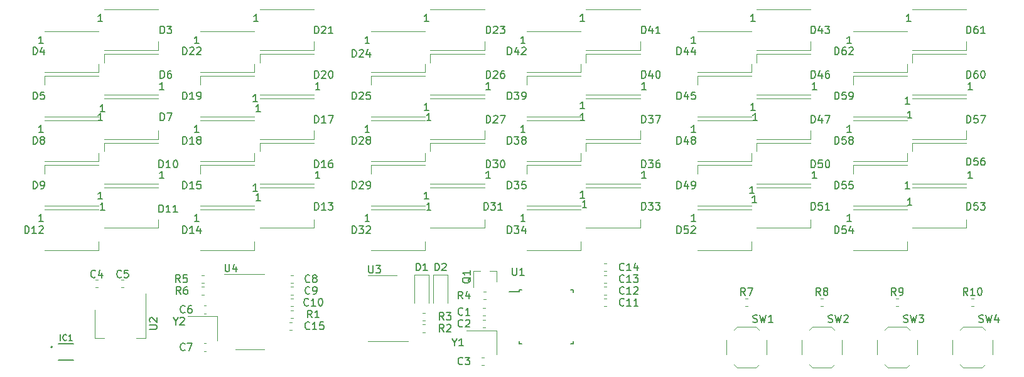
<source format=gbr>
G04 #@! TF.GenerationSoftware,KiCad,Pcbnew,(5.1.5)-3*
G04 #@! TF.CreationDate,2020-09-17T21:05:18+09:00*
G04 #@! TF.ProjectId,acrylic_nixie_clock,61637279-6c69-4635-9f6e-697869655f63,rev?*
G04 #@! TF.SameCoordinates,Original*
G04 #@! TF.FileFunction,Legend,Top*
G04 #@! TF.FilePolarity,Positive*
%FSLAX46Y46*%
G04 Gerber Fmt 4.6, Leading zero omitted, Abs format (unit mm)*
G04 Created by KiCad (PCBNEW (5.1.5)-3) date 2020-09-17 21:05:18*
%MOMM*%
%LPD*%
G04 APERTURE LIST*
%ADD10C,0.120000*%
%ADD11C,0.200000*%
%ADD12C,0.127000*%
%ADD13C,0.150000*%
%ADD14C,0.151600*%
G04 APERTURE END LIST*
D10*
X104882000Y-87162500D02*
X102932000Y-87162500D01*
X104882000Y-87162500D02*
X106832000Y-87162500D01*
X104882000Y-96032500D02*
X102932000Y-96032500D01*
X104882000Y-96032500D02*
X108332000Y-96032500D01*
D11*
X60395000Y-96822500D02*
G75*
G03X60395000Y-96822500I-100000J0D01*
G01*
D12*
X61230000Y-96373500D02*
X63230000Y-96373500D01*
X61230000Y-98571500D02*
X63230000Y-98571500D01*
D10*
X86995000Y-97135000D02*
X88945000Y-97135000D01*
X86995000Y-97135000D02*
X85045000Y-97135000D01*
X86995000Y-87015000D02*
X88945000Y-87015000D01*
X86995000Y-87015000D02*
X83545000Y-87015000D01*
X176350000Y-75250000D02*
X183650000Y-75250000D01*
X176350000Y-80750000D02*
X183650000Y-80750000D01*
X183650000Y-80750000D02*
X183650000Y-79600000D01*
X168350000Y-78250000D02*
X175650000Y-78250000D01*
X168350000Y-83750000D02*
X175650000Y-83750000D01*
X175650000Y-83750000D02*
X175650000Y-82600000D01*
X168350000Y-72250000D02*
X168350000Y-73400000D01*
X175650000Y-72250000D02*
X168350000Y-72250000D01*
X175650000Y-77750000D02*
X168350000Y-77750000D01*
X183650000Y-74750000D02*
X176350000Y-74750000D01*
X183650000Y-69250000D02*
X176350000Y-69250000D01*
X176350000Y-69250000D02*
X176350000Y-70400000D01*
X183650000Y-68750000D02*
X183650000Y-67600000D01*
X176350000Y-68750000D02*
X183650000Y-68750000D01*
X176350000Y-63250000D02*
X183650000Y-63250000D01*
X168350000Y-66250000D02*
X175650000Y-66250000D01*
X168350000Y-71750000D02*
X175650000Y-71750000D01*
X175650000Y-71750000D02*
X175650000Y-70600000D01*
X168350000Y-60250000D02*
X168350000Y-61400000D01*
X175650000Y-60250000D02*
X168350000Y-60250000D01*
X175650000Y-65750000D02*
X168350000Y-65750000D01*
X183650000Y-62750000D02*
X176350000Y-62750000D01*
X183650000Y-57250000D02*
X176350000Y-57250000D01*
X176350000Y-57250000D02*
X176350000Y-58400000D01*
X183650000Y-56750000D02*
X183650000Y-55600000D01*
X176350000Y-56750000D02*
X183650000Y-56750000D01*
X176350000Y-51250000D02*
X183650000Y-51250000D01*
X168350000Y-54250000D02*
X175650000Y-54250000D01*
X168350000Y-59750000D02*
X175650000Y-59750000D01*
X175650000Y-59750000D02*
X175650000Y-58600000D01*
X155350000Y-51250000D02*
X162650000Y-51250000D01*
X155350000Y-56750000D02*
X162650000Y-56750000D01*
X162650000Y-56750000D02*
X162650000Y-55600000D01*
X147350000Y-54250000D02*
X154650000Y-54250000D01*
X147350000Y-59750000D02*
X154650000Y-59750000D01*
X154650000Y-59750000D02*
X154650000Y-58600000D01*
X147350000Y-60250000D02*
X147350000Y-61400000D01*
X154650000Y-60250000D02*
X147350000Y-60250000D01*
X154650000Y-65750000D02*
X147350000Y-65750000D01*
X155350000Y-57250000D02*
X155350000Y-58400000D01*
X162650000Y-57250000D02*
X155350000Y-57250000D01*
X162650000Y-62750000D02*
X155350000Y-62750000D01*
X155350000Y-63250000D02*
X162650000Y-63250000D01*
X155350000Y-68750000D02*
X162650000Y-68750000D01*
X162650000Y-68750000D02*
X162650000Y-67600000D01*
X147350000Y-66250000D02*
X154650000Y-66250000D01*
X147350000Y-71750000D02*
X154650000Y-71750000D01*
X154650000Y-71750000D02*
X154650000Y-70600000D01*
X154650000Y-77750000D02*
X147350000Y-77750000D01*
X154650000Y-72250000D02*
X147350000Y-72250000D01*
X147350000Y-72250000D02*
X147350000Y-73400000D01*
X155350000Y-69250000D02*
X155350000Y-70400000D01*
X162650000Y-69250000D02*
X155350000Y-69250000D01*
X162650000Y-74750000D02*
X155350000Y-74750000D01*
X162650000Y-80750000D02*
X162650000Y-79600000D01*
X155350000Y-80750000D02*
X162650000Y-80750000D01*
X155350000Y-75250000D02*
X162650000Y-75250000D01*
X147350000Y-78250000D02*
X154650000Y-78250000D01*
X147350000Y-83750000D02*
X154650000Y-83750000D01*
X154650000Y-83750000D02*
X154650000Y-82600000D01*
X139650000Y-80750000D02*
X139650000Y-79600000D01*
X132350000Y-80750000D02*
X139650000Y-80750000D01*
X132350000Y-75250000D02*
X139650000Y-75250000D01*
X124350000Y-78250000D02*
X131650000Y-78250000D01*
X124350000Y-83750000D02*
X131650000Y-83750000D01*
X131650000Y-83750000D02*
X131650000Y-82600000D01*
X131650000Y-77750000D02*
X124350000Y-77750000D01*
X131650000Y-72250000D02*
X124350000Y-72250000D01*
X124350000Y-72250000D02*
X124350000Y-73400000D01*
X139650000Y-74750000D02*
X132350000Y-74750000D01*
X139650000Y-69250000D02*
X132350000Y-69250000D01*
X132350000Y-69250000D02*
X132350000Y-70400000D01*
X132350000Y-63250000D02*
X139650000Y-63250000D01*
X132350000Y-68750000D02*
X139650000Y-68750000D01*
X139650000Y-68750000D02*
X139650000Y-67600000D01*
X124350000Y-66250000D02*
X131650000Y-66250000D01*
X124350000Y-71750000D02*
X131650000Y-71750000D01*
X131650000Y-71750000D02*
X131650000Y-70600000D01*
X131650000Y-65750000D02*
X124350000Y-65750000D01*
X131650000Y-60250000D02*
X124350000Y-60250000D01*
X124350000Y-60250000D02*
X124350000Y-61400000D01*
X132350000Y-57250000D02*
X132350000Y-58400000D01*
X139650000Y-57250000D02*
X132350000Y-57250000D01*
X139650000Y-62750000D02*
X132350000Y-62750000D01*
X132350000Y-51250000D02*
X139650000Y-51250000D01*
X132350000Y-56750000D02*
X139650000Y-56750000D01*
X139650000Y-56750000D02*
X139650000Y-55600000D01*
X124350000Y-54250000D02*
X131650000Y-54250000D01*
X124350000Y-59750000D02*
X131650000Y-59750000D01*
X131650000Y-59750000D02*
X131650000Y-58600000D01*
X111350000Y-51250000D02*
X118650000Y-51250000D01*
X111350000Y-56750000D02*
X118650000Y-56750000D01*
X118650000Y-56750000D02*
X118650000Y-55600000D01*
X110650000Y-59750000D02*
X110650000Y-58600000D01*
X103350000Y-59750000D02*
X110650000Y-59750000D01*
X103350000Y-54250000D02*
X110650000Y-54250000D01*
X103350000Y-60250000D02*
X103350000Y-61400000D01*
X110650000Y-60250000D02*
X103350000Y-60250000D01*
X110650000Y-65750000D02*
X103350000Y-65750000D01*
X118650000Y-62750000D02*
X111350000Y-62750000D01*
X118650000Y-57250000D02*
X111350000Y-57250000D01*
X111350000Y-57250000D02*
X111350000Y-58400000D01*
X118650000Y-68750000D02*
X118650000Y-67600000D01*
X111350000Y-68750000D02*
X118650000Y-68750000D01*
X111350000Y-63250000D02*
X118650000Y-63250000D01*
X103350000Y-66250000D02*
X110650000Y-66250000D01*
X103350000Y-71750000D02*
X110650000Y-71750000D01*
X110650000Y-71750000D02*
X110650000Y-70600000D01*
X103350000Y-72250000D02*
X103350000Y-73400000D01*
X110650000Y-72250000D02*
X103350000Y-72250000D01*
X110650000Y-77750000D02*
X103350000Y-77750000D01*
X111350000Y-69250000D02*
X111350000Y-70400000D01*
X118650000Y-69250000D02*
X111350000Y-69250000D01*
X118650000Y-74750000D02*
X111350000Y-74750000D01*
X118650000Y-80750000D02*
X118650000Y-79600000D01*
X111350000Y-80750000D02*
X118650000Y-80750000D01*
X111350000Y-75250000D02*
X118650000Y-75250000D01*
X103350000Y-78250000D02*
X110650000Y-78250000D01*
X103350000Y-83750000D02*
X110650000Y-83750000D01*
X110650000Y-83750000D02*
X110650000Y-82600000D01*
X88350000Y-75250000D02*
X95650000Y-75250000D01*
X88350000Y-80750000D02*
X95650000Y-80750000D01*
X95650000Y-80750000D02*
X95650000Y-79600000D01*
X87650000Y-83750000D02*
X87650000Y-82600000D01*
X80350000Y-83750000D02*
X87650000Y-83750000D01*
X80350000Y-78250000D02*
X87650000Y-78250000D01*
X80350000Y-72250000D02*
X80350000Y-73400000D01*
X87650000Y-72250000D02*
X80350000Y-72250000D01*
X87650000Y-77750000D02*
X80350000Y-77750000D01*
X95650000Y-74750000D02*
X88350000Y-74750000D01*
X95650000Y-69250000D02*
X88350000Y-69250000D01*
X88350000Y-69250000D02*
X88350000Y-70400000D01*
X95650000Y-68750000D02*
X95650000Y-67600000D01*
X88350000Y-68750000D02*
X95650000Y-68750000D01*
X88350000Y-63250000D02*
X95650000Y-63250000D01*
X87650000Y-71750000D02*
X87650000Y-70600000D01*
X80350000Y-71750000D02*
X87650000Y-71750000D01*
X80350000Y-66250000D02*
X87650000Y-66250000D01*
X80350000Y-60250000D02*
X80350000Y-61400000D01*
X87650000Y-60250000D02*
X80350000Y-60250000D01*
X87650000Y-65750000D02*
X80350000Y-65750000D01*
X95650000Y-62750000D02*
X88350000Y-62750000D01*
X95650000Y-57250000D02*
X88350000Y-57250000D01*
X88350000Y-57250000D02*
X88350000Y-58400000D01*
X95650000Y-56750000D02*
X95650000Y-55600000D01*
X88350000Y-56750000D02*
X95650000Y-56750000D01*
X88350000Y-51250000D02*
X95650000Y-51250000D01*
X87650000Y-59750000D02*
X87650000Y-58600000D01*
X80350000Y-59750000D02*
X87650000Y-59750000D01*
X80350000Y-54250000D02*
X87650000Y-54250000D01*
X67350000Y-51250000D02*
X74650000Y-51250000D01*
X67350000Y-56750000D02*
X74650000Y-56750000D01*
X74650000Y-56750000D02*
X74650000Y-55600000D01*
X66650000Y-59750000D02*
X66650000Y-58600000D01*
X59350000Y-59750000D02*
X66650000Y-59750000D01*
X59350000Y-54250000D02*
X66650000Y-54250000D01*
X59350000Y-60250000D02*
X59350000Y-61400000D01*
X66650000Y-60250000D02*
X59350000Y-60250000D01*
X66650000Y-65750000D02*
X59350000Y-65750000D01*
X74650000Y-62750000D02*
X67350000Y-62750000D01*
X74650000Y-57250000D02*
X67350000Y-57250000D01*
X67350000Y-57250000D02*
X67350000Y-58400000D01*
X67350000Y-63250000D02*
X74650000Y-63250000D01*
X67350000Y-68750000D02*
X74650000Y-68750000D01*
X74650000Y-68750000D02*
X74650000Y-67600000D01*
X66650000Y-71750000D02*
X66650000Y-70600000D01*
X59350000Y-71750000D02*
X66650000Y-71750000D01*
X59350000Y-66250000D02*
X66650000Y-66250000D01*
X59350000Y-72250000D02*
X59350000Y-73400000D01*
X66650000Y-72250000D02*
X59350000Y-72250000D01*
X66650000Y-77750000D02*
X59350000Y-77750000D01*
X74650000Y-74750000D02*
X67350000Y-74750000D01*
X74650000Y-69250000D02*
X67350000Y-69250000D01*
X67350000Y-69250000D02*
X67350000Y-70400000D01*
X67350000Y-75250000D02*
X74650000Y-75250000D01*
X67350000Y-80750000D02*
X74650000Y-80750000D01*
X74650000Y-80750000D02*
X74650000Y-79600000D01*
X59350000Y-78250000D02*
X66650000Y-78250000D01*
X59350000Y-83750000D02*
X66650000Y-83750000D01*
X66650000Y-83750000D02*
X66650000Y-82600000D01*
X120325000Y-86552500D02*
X119395000Y-86552500D01*
X117165000Y-86552500D02*
X118095000Y-86552500D01*
X117165000Y-86552500D02*
X117165000Y-88712500D01*
X120325000Y-86552500D02*
X120325000Y-88012500D01*
X66122500Y-95572500D02*
X67382500Y-95572500D01*
X72942500Y-95572500D02*
X71682500Y-95572500D01*
X66122500Y-91812500D02*
X66122500Y-95572500D01*
X72942500Y-89562500D02*
X72942500Y-95572500D01*
D13*
X123375000Y-89085000D02*
X123375000Y-89310000D01*
X130625000Y-89085000D02*
X130625000Y-89410000D01*
X130625000Y-96335000D02*
X130625000Y-96010000D01*
X123375000Y-96335000D02*
X123375000Y-96010000D01*
X123375000Y-89085000D02*
X123700000Y-89085000D01*
X123375000Y-96335000D02*
X123700000Y-96335000D01*
X130625000Y-96335000D02*
X130300000Y-96335000D01*
X130625000Y-89085000D02*
X130300000Y-89085000D01*
X123375000Y-89310000D02*
X121950000Y-89310000D01*
D10*
X111172000Y-87017500D02*
X111172000Y-90867500D01*
X109172000Y-87017500D02*
X109172000Y-90867500D01*
X111172000Y-87017500D02*
X109172000Y-87017500D01*
X113712500Y-87017500D02*
X111712500Y-87017500D01*
X111712500Y-87017500D02*
X111712500Y-90867500D01*
X113712500Y-87017500D02*
X113712500Y-90867500D01*
X120258000Y-97852500D02*
X120258000Y-94552500D01*
X120258000Y-94552500D02*
X116258000Y-94552500D01*
X82645000Y-95947500D02*
X82645000Y-92647500D01*
X82645000Y-92647500D02*
X78645000Y-92647500D01*
X152737000Y-94087500D02*
X155237000Y-94087500D01*
X151237000Y-95837500D02*
X151237000Y-97837500D01*
X152737000Y-99587500D02*
X155237000Y-99587500D01*
X156737000Y-95837500D02*
X156737000Y-97837500D01*
X152287000Y-94537500D02*
X152737000Y-94087500D01*
X155687000Y-94537500D02*
X155237000Y-94087500D01*
X155687000Y-99137500D02*
X155237000Y-99587500D01*
X152287000Y-99137500D02*
X152737000Y-99587500D01*
X162447000Y-99137500D02*
X162897000Y-99587500D01*
X165847000Y-99137500D02*
X165397000Y-99587500D01*
X165847000Y-94537500D02*
X165397000Y-94087500D01*
X162447000Y-94537500D02*
X162897000Y-94087500D01*
X166897000Y-95837500D02*
X166897000Y-97837500D01*
X162897000Y-99587500D02*
X165397000Y-99587500D01*
X161397000Y-95837500D02*
X161397000Y-97837500D01*
X162897000Y-94087500D02*
X165397000Y-94087500D01*
X173057000Y-94087500D02*
X175557000Y-94087500D01*
X171557000Y-95837500D02*
X171557000Y-97837500D01*
X173057000Y-99587500D02*
X175557000Y-99587500D01*
X177057000Y-95837500D02*
X177057000Y-97837500D01*
X172607000Y-94537500D02*
X173057000Y-94087500D01*
X176007000Y-94537500D02*
X175557000Y-94087500D01*
X176007000Y-99137500D02*
X175557000Y-99587500D01*
X172607000Y-99137500D02*
X173057000Y-99587500D01*
X182767000Y-99137500D02*
X183217000Y-99587500D01*
X186167000Y-99137500D02*
X185717000Y-99587500D01*
X186167000Y-94537500D02*
X185717000Y-94087500D01*
X182767000Y-94537500D02*
X183217000Y-94087500D01*
X187217000Y-95837500D02*
X187217000Y-97837500D01*
X183217000Y-99587500D02*
X185717000Y-99587500D01*
X181717000Y-95837500D02*
X181717000Y-97837500D01*
X183217000Y-94087500D02*
X185717000Y-94087500D01*
X134774721Y-90295000D02*
X135100279Y-90295000D01*
X134774721Y-91315000D02*
X135100279Y-91315000D01*
X134774721Y-89727500D02*
X135100279Y-89727500D01*
X134774721Y-88707500D02*
X135100279Y-88707500D01*
X134774721Y-87120000D02*
X135100279Y-87120000D01*
X134774721Y-88140000D02*
X135100279Y-88140000D01*
X134774721Y-86552500D02*
X135100279Y-86552500D01*
X134774721Y-85532500D02*
X135100279Y-85532500D01*
X154158767Y-91315000D02*
X153816233Y-91315000D01*
X154158767Y-90295000D02*
X153816233Y-90295000D01*
X164318767Y-90295000D02*
X163976233Y-90295000D01*
X164318767Y-91315000D02*
X163976233Y-91315000D01*
X174478767Y-91315000D02*
X174136233Y-91315000D01*
X174478767Y-90295000D02*
X174136233Y-90295000D01*
X184638767Y-91315000D02*
X184296233Y-91315000D01*
X184638767Y-90295000D02*
X184296233Y-90295000D01*
X118429221Y-91565000D02*
X118754779Y-91565000D01*
X118429221Y-92585000D02*
X118754779Y-92585000D01*
X118754779Y-94172500D02*
X118429221Y-94172500D01*
X118754779Y-93152500D02*
X118429221Y-93152500D01*
X118590779Y-99252500D02*
X118265221Y-99252500D01*
X118590779Y-98232500D02*
X118265221Y-98232500D01*
X66520279Y-87755000D02*
X66194721Y-87755000D01*
X66520279Y-88775000D02*
X66194721Y-88775000D01*
X70012779Y-87755000D02*
X69687221Y-87755000D01*
X70012779Y-88775000D02*
X69687221Y-88775000D01*
X81125279Y-92267500D02*
X80799721Y-92267500D01*
X81125279Y-91247500D02*
X80799721Y-91247500D01*
X80799721Y-97347500D02*
X81125279Y-97347500D01*
X80799721Y-96327500D02*
X81125279Y-96327500D01*
X92547221Y-88140000D02*
X92872779Y-88140000D01*
X92547221Y-87120000D02*
X92872779Y-87120000D01*
X92547221Y-88707500D02*
X92872779Y-88707500D01*
X92547221Y-89727500D02*
X92872779Y-89727500D01*
X92547221Y-91315000D02*
X92872779Y-91315000D01*
X92547221Y-90295000D02*
X92872779Y-90295000D01*
X92881267Y-92902500D02*
X92538733Y-92902500D01*
X92881267Y-91882500D02*
X92538733Y-91882500D01*
X110661267Y-93787500D02*
X110318733Y-93787500D01*
X110661267Y-94807500D02*
X110318733Y-94807500D01*
X110318733Y-93220000D02*
X110661267Y-93220000D01*
X110318733Y-92200000D02*
X110661267Y-92200000D01*
X118839267Y-90362500D02*
X118496733Y-90362500D01*
X118839267Y-89342500D02*
X118496733Y-89342500D01*
X80816267Y-88140000D02*
X80473733Y-88140000D01*
X80816267Y-87120000D02*
X80473733Y-87120000D01*
X80816267Y-88707500D02*
X80473733Y-88707500D01*
X80816267Y-89727500D02*
X80473733Y-89727500D01*
X92707779Y-93470000D02*
X92382221Y-93470000D01*
X92707779Y-94490000D02*
X92382221Y-94490000D01*
D13*
X103060595Y-85812380D02*
X103060595Y-86621904D01*
X103108214Y-86717142D01*
X103155833Y-86764761D01*
X103251071Y-86812380D01*
X103441547Y-86812380D01*
X103536785Y-86764761D01*
X103584404Y-86717142D01*
X103632023Y-86621904D01*
X103632023Y-85812380D01*
X104012976Y-85812380D02*
X104632023Y-85812380D01*
X104298690Y-86193333D01*
X104441547Y-86193333D01*
X104536785Y-86240952D01*
X104584404Y-86288571D01*
X104632023Y-86383809D01*
X104632023Y-86621904D01*
X104584404Y-86717142D01*
X104536785Y-86764761D01*
X104441547Y-86812380D01*
X104155833Y-86812380D01*
X104060595Y-86764761D01*
X104012976Y-86717142D01*
D14*
X61449047Y-95929404D02*
X61449047Y-95129404D01*
X62287142Y-95853214D02*
X62249047Y-95891309D01*
X62134761Y-95929404D01*
X62058571Y-95929404D01*
X61944285Y-95891309D01*
X61868095Y-95815119D01*
X61830000Y-95738928D01*
X61791904Y-95586547D01*
X61791904Y-95472261D01*
X61830000Y-95319880D01*
X61868095Y-95243690D01*
X61944285Y-95167500D01*
X62058571Y-95129404D01*
X62134761Y-95129404D01*
X62249047Y-95167500D01*
X62287142Y-95205595D01*
X63049047Y-95929404D02*
X62591904Y-95929404D01*
X62820476Y-95929404D02*
X62820476Y-95129404D01*
X62744285Y-95243690D01*
X62668095Y-95319880D01*
X62591904Y-95357976D01*
D13*
X83693095Y-85627380D02*
X83693095Y-86436904D01*
X83740714Y-86532142D01*
X83788333Y-86579761D01*
X83883571Y-86627380D01*
X84074047Y-86627380D01*
X84169285Y-86579761D01*
X84216904Y-86532142D01*
X84264523Y-86436904D01*
X84264523Y-85627380D01*
X85169285Y-85960714D02*
X85169285Y-86627380D01*
X84931190Y-85579761D02*
X84693095Y-86294047D01*
X85312142Y-86294047D01*
X183683214Y-78302380D02*
X183683214Y-77302380D01*
X183921309Y-77302380D01*
X184064166Y-77350000D01*
X184159404Y-77445238D01*
X184207023Y-77540476D01*
X184254642Y-77730952D01*
X184254642Y-77873809D01*
X184207023Y-78064285D01*
X184159404Y-78159523D01*
X184064166Y-78254761D01*
X183921309Y-78302380D01*
X183683214Y-78302380D01*
X185159404Y-77302380D02*
X184683214Y-77302380D01*
X184635595Y-77778571D01*
X184683214Y-77730952D01*
X184778452Y-77683333D01*
X185016547Y-77683333D01*
X185111785Y-77730952D01*
X185159404Y-77778571D01*
X185207023Y-77873809D01*
X185207023Y-78111904D01*
X185159404Y-78207142D01*
X185111785Y-78254761D01*
X185016547Y-78302380D01*
X184778452Y-78302380D01*
X184683214Y-78254761D01*
X184635595Y-78207142D01*
X185540357Y-77302380D02*
X186159404Y-77302380D01*
X185826071Y-77683333D01*
X185968928Y-77683333D01*
X186064166Y-77730952D01*
X186111785Y-77778571D01*
X186159404Y-77873809D01*
X186159404Y-78111904D01*
X186111785Y-78207142D01*
X186064166Y-78254761D01*
X185968928Y-78302380D01*
X185683214Y-78302380D01*
X185587976Y-78254761D01*
X185540357Y-78207142D01*
X176293214Y-77667380D02*
X175721785Y-77667380D01*
X176007500Y-77667380D02*
X176007500Y-76667380D01*
X175912261Y-76810238D01*
X175817023Y-76905476D01*
X175721785Y-76953095D01*
X165903214Y-81477380D02*
X165903214Y-80477380D01*
X166141309Y-80477380D01*
X166284166Y-80525000D01*
X166379404Y-80620238D01*
X166427023Y-80715476D01*
X166474642Y-80905952D01*
X166474642Y-81048809D01*
X166427023Y-81239285D01*
X166379404Y-81334523D01*
X166284166Y-81429761D01*
X166141309Y-81477380D01*
X165903214Y-81477380D01*
X167379404Y-80477380D02*
X166903214Y-80477380D01*
X166855595Y-80953571D01*
X166903214Y-80905952D01*
X166998452Y-80858333D01*
X167236547Y-80858333D01*
X167331785Y-80905952D01*
X167379404Y-80953571D01*
X167427023Y-81048809D01*
X167427023Y-81286904D01*
X167379404Y-81382142D01*
X167331785Y-81429761D01*
X167236547Y-81477380D01*
X166998452Y-81477380D01*
X166903214Y-81429761D01*
X166855595Y-81382142D01*
X168284166Y-80810714D02*
X168284166Y-81477380D01*
X168046071Y-80429761D02*
X167807976Y-81144047D01*
X168427023Y-81144047D01*
X168135714Y-79852380D02*
X167564285Y-79852380D01*
X167850000Y-79852380D02*
X167850000Y-78852380D01*
X167754761Y-78995238D01*
X167659523Y-79090476D01*
X167564285Y-79138095D01*
X165903214Y-75444880D02*
X165903214Y-74444880D01*
X166141309Y-74444880D01*
X166284166Y-74492500D01*
X166379404Y-74587738D01*
X166427023Y-74682976D01*
X166474642Y-74873452D01*
X166474642Y-75016309D01*
X166427023Y-75206785D01*
X166379404Y-75302023D01*
X166284166Y-75397261D01*
X166141309Y-75444880D01*
X165903214Y-75444880D01*
X167379404Y-74444880D02*
X166903214Y-74444880D01*
X166855595Y-74921071D01*
X166903214Y-74873452D01*
X166998452Y-74825833D01*
X167236547Y-74825833D01*
X167331785Y-74873452D01*
X167379404Y-74921071D01*
X167427023Y-75016309D01*
X167427023Y-75254404D01*
X167379404Y-75349642D01*
X167331785Y-75397261D01*
X167236547Y-75444880D01*
X166998452Y-75444880D01*
X166903214Y-75397261D01*
X166855595Y-75349642D01*
X168331785Y-74444880D02*
X167855595Y-74444880D01*
X167807976Y-74921071D01*
X167855595Y-74873452D01*
X167950833Y-74825833D01*
X168188928Y-74825833D01*
X168284166Y-74873452D01*
X168331785Y-74921071D01*
X168379404Y-75016309D01*
X168379404Y-75254404D01*
X168331785Y-75349642D01*
X168284166Y-75397261D01*
X168188928Y-75444880D01*
X167950833Y-75444880D01*
X167855595Y-75397261D01*
X167807976Y-75349642D01*
X175975714Y-75444880D02*
X175404285Y-75444880D01*
X175690000Y-75444880D02*
X175690000Y-74444880D01*
X175594761Y-74587738D01*
X175499523Y-74682976D01*
X175404285Y-74730595D01*
X183683214Y-72269880D02*
X183683214Y-71269880D01*
X183921309Y-71269880D01*
X184064166Y-71317500D01*
X184159404Y-71412738D01*
X184207023Y-71507976D01*
X184254642Y-71698452D01*
X184254642Y-71841309D01*
X184207023Y-72031785D01*
X184159404Y-72127023D01*
X184064166Y-72222261D01*
X183921309Y-72269880D01*
X183683214Y-72269880D01*
X185159404Y-71269880D02*
X184683214Y-71269880D01*
X184635595Y-71746071D01*
X184683214Y-71698452D01*
X184778452Y-71650833D01*
X185016547Y-71650833D01*
X185111785Y-71698452D01*
X185159404Y-71746071D01*
X185207023Y-71841309D01*
X185207023Y-72079404D01*
X185159404Y-72174642D01*
X185111785Y-72222261D01*
X185016547Y-72269880D01*
X184778452Y-72269880D01*
X184683214Y-72222261D01*
X184635595Y-72174642D01*
X186064166Y-71269880D02*
X185873690Y-71269880D01*
X185778452Y-71317500D01*
X185730833Y-71365119D01*
X185635595Y-71507976D01*
X185587976Y-71698452D01*
X185587976Y-72079404D01*
X185635595Y-72174642D01*
X185683214Y-72222261D01*
X185778452Y-72269880D01*
X185968928Y-72269880D01*
X186064166Y-72222261D01*
X186111785Y-72174642D01*
X186159404Y-72079404D01*
X186159404Y-71841309D01*
X186111785Y-71746071D01*
X186064166Y-71698452D01*
X185968928Y-71650833D01*
X185778452Y-71650833D01*
X185683214Y-71698452D01*
X185635595Y-71746071D01*
X185587976Y-71841309D01*
X184435714Y-74052380D02*
X183864285Y-74052380D01*
X184150000Y-74052380D02*
X184150000Y-73052380D01*
X184054761Y-73195238D01*
X183959523Y-73290476D01*
X183864285Y-73338095D01*
X183683214Y-66554880D02*
X183683214Y-65554880D01*
X183921309Y-65554880D01*
X184064166Y-65602500D01*
X184159404Y-65697738D01*
X184207023Y-65792976D01*
X184254642Y-65983452D01*
X184254642Y-66126309D01*
X184207023Y-66316785D01*
X184159404Y-66412023D01*
X184064166Y-66507261D01*
X183921309Y-66554880D01*
X183683214Y-66554880D01*
X185159404Y-65554880D02*
X184683214Y-65554880D01*
X184635595Y-66031071D01*
X184683214Y-65983452D01*
X184778452Y-65935833D01*
X185016547Y-65935833D01*
X185111785Y-65983452D01*
X185159404Y-66031071D01*
X185207023Y-66126309D01*
X185207023Y-66364404D01*
X185159404Y-66459642D01*
X185111785Y-66507261D01*
X185016547Y-66554880D01*
X184778452Y-66554880D01*
X184683214Y-66507261D01*
X184635595Y-66459642D01*
X185540357Y-65554880D02*
X186207023Y-65554880D01*
X185778452Y-66554880D01*
X176293214Y-65919880D02*
X175721785Y-65919880D01*
X176007500Y-65919880D02*
X176007500Y-64919880D01*
X175912261Y-65062738D01*
X175817023Y-65157976D01*
X175721785Y-65205595D01*
X165903214Y-69412380D02*
X165903214Y-68412380D01*
X166141309Y-68412380D01*
X166284166Y-68460000D01*
X166379404Y-68555238D01*
X166427023Y-68650476D01*
X166474642Y-68840952D01*
X166474642Y-68983809D01*
X166427023Y-69174285D01*
X166379404Y-69269523D01*
X166284166Y-69364761D01*
X166141309Y-69412380D01*
X165903214Y-69412380D01*
X167379404Y-68412380D02*
X166903214Y-68412380D01*
X166855595Y-68888571D01*
X166903214Y-68840952D01*
X166998452Y-68793333D01*
X167236547Y-68793333D01*
X167331785Y-68840952D01*
X167379404Y-68888571D01*
X167427023Y-68983809D01*
X167427023Y-69221904D01*
X167379404Y-69317142D01*
X167331785Y-69364761D01*
X167236547Y-69412380D01*
X166998452Y-69412380D01*
X166903214Y-69364761D01*
X166855595Y-69317142D01*
X167998452Y-68840952D02*
X167903214Y-68793333D01*
X167855595Y-68745714D01*
X167807976Y-68650476D01*
X167807976Y-68602857D01*
X167855595Y-68507619D01*
X167903214Y-68460000D01*
X167998452Y-68412380D01*
X168188928Y-68412380D01*
X168284166Y-68460000D01*
X168331785Y-68507619D01*
X168379404Y-68602857D01*
X168379404Y-68650476D01*
X168331785Y-68745714D01*
X168284166Y-68793333D01*
X168188928Y-68840952D01*
X167998452Y-68840952D01*
X167903214Y-68888571D01*
X167855595Y-68936190D01*
X167807976Y-69031428D01*
X167807976Y-69221904D01*
X167855595Y-69317142D01*
X167903214Y-69364761D01*
X167998452Y-69412380D01*
X168188928Y-69412380D01*
X168284166Y-69364761D01*
X168331785Y-69317142D01*
X168379404Y-69221904D01*
X168379404Y-69031428D01*
X168331785Y-68936190D01*
X168284166Y-68888571D01*
X168188928Y-68840952D01*
X168135714Y-67852380D02*
X167564285Y-67852380D01*
X167850000Y-67852380D02*
X167850000Y-66852380D01*
X167754761Y-66995238D01*
X167659523Y-67090476D01*
X167564285Y-67138095D01*
X165903214Y-63379880D02*
X165903214Y-62379880D01*
X166141309Y-62379880D01*
X166284166Y-62427500D01*
X166379404Y-62522738D01*
X166427023Y-62617976D01*
X166474642Y-62808452D01*
X166474642Y-62951309D01*
X166427023Y-63141785D01*
X166379404Y-63237023D01*
X166284166Y-63332261D01*
X166141309Y-63379880D01*
X165903214Y-63379880D01*
X167379404Y-62379880D02*
X166903214Y-62379880D01*
X166855595Y-62856071D01*
X166903214Y-62808452D01*
X166998452Y-62760833D01*
X167236547Y-62760833D01*
X167331785Y-62808452D01*
X167379404Y-62856071D01*
X167427023Y-62951309D01*
X167427023Y-63189404D01*
X167379404Y-63284642D01*
X167331785Y-63332261D01*
X167236547Y-63379880D01*
X166998452Y-63379880D01*
X166903214Y-63332261D01*
X166855595Y-63284642D01*
X167903214Y-63379880D02*
X168093690Y-63379880D01*
X168188928Y-63332261D01*
X168236547Y-63284642D01*
X168331785Y-63141785D01*
X168379404Y-62951309D01*
X168379404Y-62570357D01*
X168331785Y-62475119D01*
X168284166Y-62427500D01*
X168188928Y-62379880D01*
X167998452Y-62379880D01*
X167903214Y-62427500D01*
X167855595Y-62475119D01*
X167807976Y-62570357D01*
X167807976Y-62808452D01*
X167855595Y-62903690D01*
X167903214Y-62951309D01*
X167998452Y-62998928D01*
X168188928Y-62998928D01*
X168284166Y-62951309D01*
X168331785Y-62903690D01*
X168379404Y-62808452D01*
X175975714Y-64014880D02*
X175404285Y-64014880D01*
X175690000Y-64014880D02*
X175690000Y-63014880D01*
X175594761Y-63157738D01*
X175499523Y-63252976D01*
X175404285Y-63300595D01*
X183683214Y-60522380D02*
X183683214Y-59522380D01*
X183921309Y-59522380D01*
X184064166Y-59570000D01*
X184159404Y-59665238D01*
X184207023Y-59760476D01*
X184254642Y-59950952D01*
X184254642Y-60093809D01*
X184207023Y-60284285D01*
X184159404Y-60379523D01*
X184064166Y-60474761D01*
X183921309Y-60522380D01*
X183683214Y-60522380D01*
X185111785Y-59522380D02*
X184921309Y-59522380D01*
X184826071Y-59570000D01*
X184778452Y-59617619D01*
X184683214Y-59760476D01*
X184635595Y-59950952D01*
X184635595Y-60331904D01*
X184683214Y-60427142D01*
X184730833Y-60474761D01*
X184826071Y-60522380D01*
X185016547Y-60522380D01*
X185111785Y-60474761D01*
X185159404Y-60427142D01*
X185207023Y-60331904D01*
X185207023Y-60093809D01*
X185159404Y-59998571D01*
X185111785Y-59950952D01*
X185016547Y-59903333D01*
X184826071Y-59903333D01*
X184730833Y-59950952D01*
X184683214Y-59998571D01*
X184635595Y-60093809D01*
X185826071Y-59522380D02*
X185921309Y-59522380D01*
X186016547Y-59570000D01*
X186064166Y-59617619D01*
X186111785Y-59712857D01*
X186159404Y-59903333D01*
X186159404Y-60141428D01*
X186111785Y-60331904D01*
X186064166Y-60427142D01*
X186016547Y-60474761D01*
X185921309Y-60522380D01*
X185826071Y-60522380D01*
X185730833Y-60474761D01*
X185683214Y-60427142D01*
X185635595Y-60331904D01*
X185587976Y-60141428D01*
X185587976Y-59903333D01*
X185635595Y-59712857D01*
X185683214Y-59617619D01*
X185730833Y-59570000D01*
X185826071Y-59522380D01*
X184435714Y-62052380D02*
X183864285Y-62052380D01*
X184150000Y-62052380D02*
X184150000Y-61052380D01*
X184054761Y-61195238D01*
X183959523Y-61290476D01*
X183864285Y-61338095D01*
X183683214Y-54489880D02*
X183683214Y-53489880D01*
X183921309Y-53489880D01*
X184064166Y-53537500D01*
X184159404Y-53632738D01*
X184207023Y-53727976D01*
X184254642Y-53918452D01*
X184254642Y-54061309D01*
X184207023Y-54251785D01*
X184159404Y-54347023D01*
X184064166Y-54442261D01*
X183921309Y-54489880D01*
X183683214Y-54489880D01*
X185111785Y-53489880D02*
X184921309Y-53489880D01*
X184826071Y-53537500D01*
X184778452Y-53585119D01*
X184683214Y-53727976D01*
X184635595Y-53918452D01*
X184635595Y-54299404D01*
X184683214Y-54394642D01*
X184730833Y-54442261D01*
X184826071Y-54489880D01*
X185016547Y-54489880D01*
X185111785Y-54442261D01*
X185159404Y-54394642D01*
X185207023Y-54299404D01*
X185207023Y-54061309D01*
X185159404Y-53966071D01*
X185111785Y-53918452D01*
X185016547Y-53870833D01*
X184826071Y-53870833D01*
X184730833Y-53918452D01*
X184683214Y-53966071D01*
X184635595Y-54061309D01*
X186159404Y-54489880D02*
X185587976Y-54489880D01*
X185873690Y-54489880D02*
X185873690Y-53489880D01*
X185778452Y-53632738D01*
X185683214Y-53727976D01*
X185587976Y-53775595D01*
X176135714Y-52852380D02*
X175564285Y-52852380D01*
X175850000Y-52852380D02*
X175850000Y-51852380D01*
X175754761Y-51995238D01*
X175659523Y-52090476D01*
X175564285Y-52138095D01*
X165903214Y-57347380D02*
X165903214Y-56347380D01*
X166141309Y-56347380D01*
X166284166Y-56395000D01*
X166379404Y-56490238D01*
X166427023Y-56585476D01*
X166474642Y-56775952D01*
X166474642Y-56918809D01*
X166427023Y-57109285D01*
X166379404Y-57204523D01*
X166284166Y-57299761D01*
X166141309Y-57347380D01*
X165903214Y-57347380D01*
X167331785Y-56347380D02*
X167141309Y-56347380D01*
X167046071Y-56395000D01*
X166998452Y-56442619D01*
X166903214Y-56585476D01*
X166855595Y-56775952D01*
X166855595Y-57156904D01*
X166903214Y-57252142D01*
X166950833Y-57299761D01*
X167046071Y-57347380D01*
X167236547Y-57347380D01*
X167331785Y-57299761D01*
X167379404Y-57252142D01*
X167427023Y-57156904D01*
X167427023Y-56918809D01*
X167379404Y-56823571D01*
X167331785Y-56775952D01*
X167236547Y-56728333D01*
X167046071Y-56728333D01*
X166950833Y-56775952D01*
X166903214Y-56823571D01*
X166855595Y-56918809D01*
X167807976Y-56442619D02*
X167855595Y-56395000D01*
X167950833Y-56347380D01*
X168188928Y-56347380D01*
X168284166Y-56395000D01*
X168331785Y-56442619D01*
X168379404Y-56537857D01*
X168379404Y-56633095D01*
X168331785Y-56775952D01*
X167760357Y-57347380D01*
X168379404Y-57347380D01*
X168135714Y-55852380D02*
X167564285Y-55852380D01*
X167850000Y-55852380D02*
X167850000Y-54852380D01*
X167754761Y-54995238D01*
X167659523Y-55090476D01*
X167564285Y-55138095D01*
X162728214Y-54489880D02*
X162728214Y-53489880D01*
X162966309Y-53489880D01*
X163109166Y-53537500D01*
X163204404Y-53632738D01*
X163252023Y-53727976D01*
X163299642Y-53918452D01*
X163299642Y-54061309D01*
X163252023Y-54251785D01*
X163204404Y-54347023D01*
X163109166Y-54442261D01*
X162966309Y-54489880D01*
X162728214Y-54489880D01*
X164156785Y-53823214D02*
X164156785Y-54489880D01*
X163918690Y-53442261D02*
X163680595Y-54156547D01*
X164299642Y-54156547D01*
X164585357Y-53489880D02*
X165204404Y-53489880D01*
X164871071Y-53870833D01*
X165013928Y-53870833D01*
X165109166Y-53918452D01*
X165156785Y-53966071D01*
X165204404Y-54061309D01*
X165204404Y-54299404D01*
X165156785Y-54394642D01*
X165109166Y-54442261D01*
X165013928Y-54489880D01*
X164728214Y-54489880D01*
X164632976Y-54442261D01*
X164585357Y-54394642D01*
X155135714Y-52852380D02*
X154564285Y-52852380D01*
X154850000Y-52852380D02*
X154850000Y-51852380D01*
X154754761Y-51995238D01*
X154659523Y-52090476D01*
X154564285Y-52138095D01*
X144630714Y-57347380D02*
X144630714Y-56347380D01*
X144868809Y-56347380D01*
X145011666Y-56395000D01*
X145106904Y-56490238D01*
X145154523Y-56585476D01*
X145202142Y-56775952D01*
X145202142Y-56918809D01*
X145154523Y-57109285D01*
X145106904Y-57204523D01*
X145011666Y-57299761D01*
X144868809Y-57347380D01*
X144630714Y-57347380D01*
X146059285Y-56680714D02*
X146059285Y-57347380D01*
X145821190Y-56299761D02*
X145583095Y-57014047D01*
X146202142Y-57014047D01*
X147011666Y-56680714D02*
X147011666Y-57347380D01*
X146773571Y-56299761D02*
X146535476Y-57014047D01*
X147154523Y-57014047D01*
X147135714Y-55852380D02*
X146564285Y-55852380D01*
X146850000Y-55852380D02*
X146850000Y-54852380D01*
X146754761Y-54995238D01*
X146659523Y-55090476D01*
X146564285Y-55138095D01*
X144630714Y-63379880D02*
X144630714Y-62379880D01*
X144868809Y-62379880D01*
X145011666Y-62427500D01*
X145106904Y-62522738D01*
X145154523Y-62617976D01*
X145202142Y-62808452D01*
X145202142Y-62951309D01*
X145154523Y-63141785D01*
X145106904Y-63237023D01*
X145011666Y-63332261D01*
X144868809Y-63379880D01*
X144630714Y-63379880D01*
X146059285Y-62713214D02*
X146059285Y-63379880D01*
X145821190Y-62332261D02*
X145583095Y-63046547D01*
X146202142Y-63046547D01*
X147059285Y-62379880D02*
X146583095Y-62379880D01*
X146535476Y-62856071D01*
X146583095Y-62808452D01*
X146678333Y-62760833D01*
X146916428Y-62760833D01*
X147011666Y-62808452D01*
X147059285Y-62856071D01*
X147106904Y-62951309D01*
X147106904Y-63189404D01*
X147059285Y-63284642D01*
X147011666Y-63332261D01*
X146916428Y-63379880D01*
X146678333Y-63379880D01*
X146583095Y-63332261D01*
X146535476Y-63284642D01*
X155435714Y-66237380D02*
X154864285Y-66237380D01*
X155150000Y-66237380D02*
X155150000Y-65237380D01*
X155054761Y-65380238D01*
X154959523Y-65475476D01*
X154864285Y-65523095D01*
X162728214Y-60522380D02*
X162728214Y-59522380D01*
X162966309Y-59522380D01*
X163109166Y-59570000D01*
X163204404Y-59665238D01*
X163252023Y-59760476D01*
X163299642Y-59950952D01*
X163299642Y-60093809D01*
X163252023Y-60284285D01*
X163204404Y-60379523D01*
X163109166Y-60474761D01*
X162966309Y-60522380D01*
X162728214Y-60522380D01*
X164156785Y-59855714D02*
X164156785Y-60522380D01*
X163918690Y-59474761D02*
X163680595Y-60189047D01*
X164299642Y-60189047D01*
X165109166Y-59522380D02*
X164918690Y-59522380D01*
X164823452Y-59570000D01*
X164775833Y-59617619D01*
X164680595Y-59760476D01*
X164632976Y-59950952D01*
X164632976Y-60331904D01*
X164680595Y-60427142D01*
X164728214Y-60474761D01*
X164823452Y-60522380D01*
X165013928Y-60522380D01*
X165109166Y-60474761D01*
X165156785Y-60427142D01*
X165204404Y-60331904D01*
X165204404Y-60093809D01*
X165156785Y-59998571D01*
X165109166Y-59950952D01*
X165013928Y-59903333D01*
X164823452Y-59903333D01*
X164728214Y-59950952D01*
X164680595Y-59998571D01*
X164632976Y-60093809D01*
X163435714Y-62052380D02*
X162864285Y-62052380D01*
X163150000Y-62052380D02*
X163150000Y-61052380D01*
X163054761Y-61195238D01*
X162959523Y-61290476D01*
X162864285Y-61338095D01*
X162728214Y-66554880D02*
X162728214Y-65554880D01*
X162966309Y-65554880D01*
X163109166Y-65602500D01*
X163204404Y-65697738D01*
X163252023Y-65792976D01*
X163299642Y-65983452D01*
X163299642Y-66126309D01*
X163252023Y-66316785D01*
X163204404Y-66412023D01*
X163109166Y-66507261D01*
X162966309Y-66554880D01*
X162728214Y-66554880D01*
X164156785Y-65888214D02*
X164156785Y-66554880D01*
X163918690Y-65507261D02*
X163680595Y-66221547D01*
X164299642Y-66221547D01*
X164585357Y-65554880D02*
X165252023Y-65554880D01*
X164823452Y-66554880D01*
X155135714Y-64852380D02*
X154564285Y-64852380D01*
X154850000Y-64852380D02*
X154850000Y-63852380D01*
X154754761Y-63995238D01*
X154659523Y-64090476D01*
X154564285Y-64138095D01*
X144630714Y-69412380D02*
X144630714Y-68412380D01*
X144868809Y-68412380D01*
X145011666Y-68460000D01*
X145106904Y-68555238D01*
X145154523Y-68650476D01*
X145202142Y-68840952D01*
X145202142Y-68983809D01*
X145154523Y-69174285D01*
X145106904Y-69269523D01*
X145011666Y-69364761D01*
X144868809Y-69412380D01*
X144630714Y-69412380D01*
X146059285Y-68745714D02*
X146059285Y-69412380D01*
X145821190Y-68364761D02*
X145583095Y-69079047D01*
X146202142Y-69079047D01*
X146725952Y-68840952D02*
X146630714Y-68793333D01*
X146583095Y-68745714D01*
X146535476Y-68650476D01*
X146535476Y-68602857D01*
X146583095Y-68507619D01*
X146630714Y-68460000D01*
X146725952Y-68412380D01*
X146916428Y-68412380D01*
X147011666Y-68460000D01*
X147059285Y-68507619D01*
X147106904Y-68602857D01*
X147106904Y-68650476D01*
X147059285Y-68745714D01*
X147011666Y-68793333D01*
X146916428Y-68840952D01*
X146725952Y-68840952D01*
X146630714Y-68888571D01*
X146583095Y-68936190D01*
X146535476Y-69031428D01*
X146535476Y-69221904D01*
X146583095Y-69317142D01*
X146630714Y-69364761D01*
X146725952Y-69412380D01*
X146916428Y-69412380D01*
X147011666Y-69364761D01*
X147059285Y-69317142D01*
X147106904Y-69221904D01*
X147106904Y-69031428D01*
X147059285Y-68936190D01*
X147011666Y-68888571D01*
X146916428Y-68840952D01*
X147135714Y-67852380D02*
X146564285Y-67852380D01*
X146850000Y-67852380D02*
X146850000Y-66852380D01*
X146754761Y-66995238D01*
X146659523Y-67090476D01*
X146564285Y-67138095D01*
X144630714Y-75444880D02*
X144630714Y-74444880D01*
X144868809Y-74444880D01*
X145011666Y-74492500D01*
X145106904Y-74587738D01*
X145154523Y-74682976D01*
X145202142Y-74873452D01*
X145202142Y-75016309D01*
X145154523Y-75206785D01*
X145106904Y-75302023D01*
X145011666Y-75397261D01*
X144868809Y-75444880D01*
X144630714Y-75444880D01*
X146059285Y-74778214D02*
X146059285Y-75444880D01*
X145821190Y-74397261D02*
X145583095Y-75111547D01*
X146202142Y-75111547D01*
X146630714Y-75444880D02*
X146821190Y-75444880D01*
X146916428Y-75397261D01*
X146964047Y-75349642D01*
X147059285Y-75206785D01*
X147106904Y-75016309D01*
X147106904Y-74635357D01*
X147059285Y-74540119D01*
X147011666Y-74492500D01*
X146916428Y-74444880D01*
X146725952Y-74444880D01*
X146630714Y-74492500D01*
X146583095Y-74540119D01*
X146535476Y-74635357D01*
X146535476Y-74873452D01*
X146583095Y-74968690D01*
X146630714Y-75016309D01*
X146725952Y-75063928D01*
X146916428Y-75063928D01*
X147011666Y-75016309D01*
X147059285Y-74968690D01*
X147106904Y-74873452D01*
X155020714Y-76079880D02*
X154449285Y-76079880D01*
X154735000Y-76079880D02*
X154735000Y-75079880D01*
X154639761Y-75222738D01*
X154544523Y-75317976D01*
X154449285Y-75365595D01*
X162728214Y-72587380D02*
X162728214Y-71587380D01*
X162966309Y-71587380D01*
X163109166Y-71635000D01*
X163204404Y-71730238D01*
X163252023Y-71825476D01*
X163299642Y-72015952D01*
X163299642Y-72158809D01*
X163252023Y-72349285D01*
X163204404Y-72444523D01*
X163109166Y-72539761D01*
X162966309Y-72587380D01*
X162728214Y-72587380D01*
X164204404Y-71587380D02*
X163728214Y-71587380D01*
X163680595Y-72063571D01*
X163728214Y-72015952D01*
X163823452Y-71968333D01*
X164061547Y-71968333D01*
X164156785Y-72015952D01*
X164204404Y-72063571D01*
X164252023Y-72158809D01*
X164252023Y-72396904D01*
X164204404Y-72492142D01*
X164156785Y-72539761D01*
X164061547Y-72587380D01*
X163823452Y-72587380D01*
X163728214Y-72539761D01*
X163680595Y-72492142D01*
X164871071Y-71587380D02*
X164966309Y-71587380D01*
X165061547Y-71635000D01*
X165109166Y-71682619D01*
X165156785Y-71777857D01*
X165204404Y-71968333D01*
X165204404Y-72206428D01*
X165156785Y-72396904D01*
X165109166Y-72492142D01*
X165061547Y-72539761D01*
X164966309Y-72587380D01*
X164871071Y-72587380D01*
X164775833Y-72539761D01*
X164728214Y-72492142D01*
X164680595Y-72396904D01*
X164632976Y-72206428D01*
X164632976Y-71968333D01*
X164680595Y-71777857D01*
X164728214Y-71682619D01*
X164775833Y-71635000D01*
X164871071Y-71587380D01*
X163435714Y-74052380D02*
X162864285Y-74052380D01*
X163150000Y-74052380D02*
X163150000Y-73052380D01*
X163054761Y-73195238D01*
X162959523Y-73290476D01*
X162864285Y-73338095D01*
X162728214Y-78302380D02*
X162728214Y-77302380D01*
X162966309Y-77302380D01*
X163109166Y-77350000D01*
X163204404Y-77445238D01*
X163252023Y-77540476D01*
X163299642Y-77730952D01*
X163299642Y-77873809D01*
X163252023Y-78064285D01*
X163204404Y-78159523D01*
X163109166Y-78254761D01*
X162966309Y-78302380D01*
X162728214Y-78302380D01*
X164204404Y-77302380D02*
X163728214Y-77302380D01*
X163680595Y-77778571D01*
X163728214Y-77730952D01*
X163823452Y-77683333D01*
X164061547Y-77683333D01*
X164156785Y-77730952D01*
X164204404Y-77778571D01*
X164252023Y-77873809D01*
X164252023Y-78111904D01*
X164204404Y-78207142D01*
X164156785Y-78254761D01*
X164061547Y-78302380D01*
X163823452Y-78302380D01*
X163728214Y-78254761D01*
X163680595Y-78207142D01*
X165204404Y-78302380D02*
X164632976Y-78302380D01*
X164918690Y-78302380D02*
X164918690Y-77302380D01*
X164823452Y-77445238D01*
X164728214Y-77540476D01*
X164632976Y-77588095D01*
X155338214Y-77349880D02*
X154766785Y-77349880D01*
X155052500Y-77349880D02*
X155052500Y-76349880D01*
X154957261Y-76492738D01*
X154862023Y-76587976D01*
X154766785Y-76635595D01*
X144630714Y-81477380D02*
X144630714Y-80477380D01*
X144868809Y-80477380D01*
X145011666Y-80525000D01*
X145106904Y-80620238D01*
X145154523Y-80715476D01*
X145202142Y-80905952D01*
X145202142Y-81048809D01*
X145154523Y-81239285D01*
X145106904Y-81334523D01*
X145011666Y-81429761D01*
X144868809Y-81477380D01*
X144630714Y-81477380D01*
X146106904Y-80477380D02*
X145630714Y-80477380D01*
X145583095Y-80953571D01*
X145630714Y-80905952D01*
X145725952Y-80858333D01*
X145964047Y-80858333D01*
X146059285Y-80905952D01*
X146106904Y-80953571D01*
X146154523Y-81048809D01*
X146154523Y-81286904D01*
X146106904Y-81382142D01*
X146059285Y-81429761D01*
X145964047Y-81477380D01*
X145725952Y-81477380D01*
X145630714Y-81429761D01*
X145583095Y-81382142D01*
X146535476Y-80572619D02*
X146583095Y-80525000D01*
X146678333Y-80477380D01*
X146916428Y-80477380D01*
X147011666Y-80525000D01*
X147059285Y-80572619D01*
X147106904Y-80667857D01*
X147106904Y-80763095D01*
X147059285Y-80905952D01*
X146487857Y-81477380D01*
X147106904Y-81477380D01*
X147135714Y-79852380D02*
X146564285Y-79852380D01*
X146850000Y-79852380D02*
X146850000Y-78852380D01*
X146754761Y-78995238D01*
X146659523Y-79090476D01*
X146564285Y-79138095D01*
X139868214Y-78302380D02*
X139868214Y-77302380D01*
X140106309Y-77302380D01*
X140249166Y-77350000D01*
X140344404Y-77445238D01*
X140392023Y-77540476D01*
X140439642Y-77730952D01*
X140439642Y-77873809D01*
X140392023Y-78064285D01*
X140344404Y-78159523D01*
X140249166Y-78254761D01*
X140106309Y-78302380D01*
X139868214Y-78302380D01*
X140772976Y-77302380D02*
X141392023Y-77302380D01*
X141058690Y-77683333D01*
X141201547Y-77683333D01*
X141296785Y-77730952D01*
X141344404Y-77778571D01*
X141392023Y-77873809D01*
X141392023Y-78111904D01*
X141344404Y-78207142D01*
X141296785Y-78254761D01*
X141201547Y-78302380D01*
X140915833Y-78302380D01*
X140820595Y-78254761D01*
X140772976Y-78207142D01*
X141725357Y-77302380D02*
X142344404Y-77302380D01*
X142011071Y-77683333D01*
X142153928Y-77683333D01*
X142249166Y-77730952D01*
X142296785Y-77778571D01*
X142344404Y-77873809D01*
X142344404Y-78111904D01*
X142296785Y-78207142D01*
X142249166Y-78254761D01*
X142153928Y-78302380D01*
X141868214Y-78302380D01*
X141772976Y-78254761D01*
X141725357Y-78207142D01*
X132135714Y-76714880D02*
X131564285Y-76714880D01*
X131850000Y-76714880D02*
X131850000Y-75714880D01*
X131754761Y-75857738D01*
X131659523Y-75952976D01*
X131564285Y-76000595D01*
X121770714Y-81477380D02*
X121770714Y-80477380D01*
X122008809Y-80477380D01*
X122151666Y-80525000D01*
X122246904Y-80620238D01*
X122294523Y-80715476D01*
X122342142Y-80905952D01*
X122342142Y-81048809D01*
X122294523Y-81239285D01*
X122246904Y-81334523D01*
X122151666Y-81429761D01*
X122008809Y-81477380D01*
X121770714Y-81477380D01*
X122675476Y-80477380D02*
X123294523Y-80477380D01*
X122961190Y-80858333D01*
X123104047Y-80858333D01*
X123199285Y-80905952D01*
X123246904Y-80953571D01*
X123294523Y-81048809D01*
X123294523Y-81286904D01*
X123246904Y-81382142D01*
X123199285Y-81429761D01*
X123104047Y-81477380D01*
X122818333Y-81477380D01*
X122723095Y-81429761D01*
X122675476Y-81382142D01*
X124151666Y-80810714D02*
X124151666Y-81477380D01*
X123913571Y-80429761D02*
X123675476Y-81144047D01*
X124294523Y-81144047D01*
X124135714Y-79852380D02*
X123564285Y-79852380D01*
X123850000Y-79852380D02*
X123850000Y-78852380D01*
X123754761Y-78995238D01*
X123659523Y-79090476D01*
X123564285Y-79138095D01*
X121770714Y-75444880D02*
X121770714Y-74444880D01*
X122008809Y-74444880D01*
X122151666Y-74492500D01*
X122246904Y-74587738D01*
X122294523Y-74682976D01*
X122342142Y-74873452D01*
X122342142Y-75016309D01*
X122294523Y-75206785D01*
X122246904Y-75302023D01*
X122151666Y-75397261D01*
X122008809Y-75444880D01*
X121770714Y-75444880D01*
X122675476Y-74444880D02*
X123294523Y-74444880D01*
X122961190Y-74825833D01*
X123104047Y-74825833D01*
X123199285Y-74873452D01*
X123246904Y-74921071D01*
X123294523Y-75016309D01*
X123294523Y-75254404D01*
X123246904Y-75349642D01*
X123199285Y-75397261D01*
X123104047Y-75444880D01*
X122818333Y-75444880D01*
X122723095Y-75397261D01*
X122675476Y-75349642D01*
X124199285Y-74444880D02*
X123723095Y-74444880D01*
X123675476Y-74921071D01*
X123723095Y-74873452D01*
X123818333Y-74825833D01*
X124056428Y-74825833D01*
X124151666Y-74873452D01*
X124199285Y-74921071D01*
X124246904Y-75016309D01*
X124246904Y-75254404D01*
X124199285Y-75349642D01*
X124151666Y-75397261D01*
X124056428Y-75444880D01*
X123818333Y-75444880D01*
X123723095Y-75397261D01*
X123675476Y-75349642D01*
X132435714Y-77984880D02*
X131864285Y-77984880D01*
X132150000Y-77984880D02*
X132150000Y-76984880D01*
X132054761Y-77127738D01*
X131959523Y-77222976D01*
X131864285Y-77270595D01*
X139868214Y-72587380D02*
X139868214Y-71587380D01*
X140106309Y-71587380D01*
X140249166Y-71635000D01*
X140344404Y-71730238D01*
X140392023Y-71825476D01*
X140439642Y-72015952D01*
X140439642Y-72158809D01*
X140392023Y-72349285D01*
X140344404Y-72444523D01*
X140249166Y-72539761D01*
X140106309Y-72587380D01*
X139868214Y-72587380D01*
X140772976Y-71587380D02*
X141392023Y-71587380D01*
X141058690Y-71968333D01*
X141201547Y-71968333D01*
X141296785Y-72015952D01*
X141344404Y-72063571D01*
X141392023Y-72158809D01*
X141392023Y-72396904D01*
X141344404Y-72492142D01*
X141296785Y-72539761D01*
X141201547Y-72587380D01*
X140915833Y-72587380D01*
X140820595Y-72539761D01*
X140772976Y-72492142D01*
X142249166Y-71587380D02*
X142058690Y-71587380D01*
X141963452Y-71635000D01*
X141915833Y-71682619D01*
X141820595Y-71825476D01*
X141772976Y-72015952D01*
X141772976Y-72396904D01*
X141820595Y-72492142D01*
X141868214Y-72539761D01*
X141963452Y-72587380D01*
X142153928Y-72587380D01*
X142249166Y-72539761D01*
X142296785Y-72492142D01*
X142344404Y-72396904D01*
X142344404Y-72158809D01*
X142296785Y-72063571D01*
X142249166Y-72015952D01*
X142153928Y-71968333D01*
X141963452Y-71968333D01*
X141868214Y-72015952D01*
X141820595Y-72063571D01*
X141772976Y-72158809D01*
X140435714Y-74052380D02*
X139864285Y-74052380D01*
X140150000Y-74052380D02*
X140150000Y-73052380D01*
X140054761Y-73195238D01*
X139959523Y-73290476D01*
X139864285Y-73338095D01*
X139868214Y-66554880D02*
X139868214Y-65554880D01*
X140106309Y-65554880D01*
X140249166Y-65602500D01*
X140344404Y-65697738D01*
X140392023Y-65792976D01*
X140439642Y-65983452D01*
X140439642Y-66126309D01*
X140392023Y-66316785D01*
X140344404Y-66412023D01*
X140249166Y-66507261D01*
X140106309Y-66554880D01*
X139868214Y-66554880D01*
X140772976Y-65554880D02*
X141392023Y-65554880D01*
X141058690Y-65935833D01*
X141201547Y-65935833D01*
X141296785Y-65983452D01*
X141344404Y-66031071D01*
X141392023Y-66126309D01*
X141392023Y-66364404D01*
X141344404Y-66459642D01*
X141296785Y-66507261D01*
X141201547Y-66554880D01*
X140915833Y-66554880D01*
X140820595Y-66507261D01*
X140772976Y-66459642D01*
X141725357Y-65554880D02*
X142392023Y-65554880D01*
X141963452Y-66554880D01*
X132160714Y-64649880D02*
X131589285Y-64649880D01*
X131875000Y-64649880D02*
X131875000Y-63649880D01*
X131779761Y-63792738D01*
X131684523Y-63887976D01*
X131589285Y-63935595D01*
X121770714Y-69412380D02*
X121770714Y-68412380D01*
X122008809Y-68412380D01*
X122151666Y-68460000D01*
X122246904Y-68555238D01*
X122294523Y-68650476D01*
X122342142Y-68840952D01*
X122342142Y-68983809D01*
X122294523Y-69174285D01*
X122246904Y-69269523D01*
X122151666Y-69364761D01*
X122008809Y-69412380D01*
X121770714Y-69412380D01*
X122675476Y-68412380D02*
X123294523Y-68412380D01*
X122961190Y-68793333D01*
X123104047Y-68793333D01*
X123199285Y-68840952D01*
X123246904Y-68888571D01*
X123294523Y-68983809D01*
X123294523Y-69221904D01*
X123246904Y-69317142D01*
X123199285Y-69364761D01*
X123104047Y-69412380D01*
X122818333Y-69412380D01*
X122723095Y-69364761D01*
X122675476Y-69317142D01*
X123865952Y-68840952D02*
X123770714Y-68793333D01*
X123723095Y-68745714D01*
X123675476Y-68650476D01*
X123675476Y-68602857D01*
X123723095Y-68507619D01*
X123770714Y-68460000D01*
X123865952Y-68412380D01*
X124056428Y-68412380D01*
X124151666Y-68460000D01*
X124199285Y-68507619D01*
X124246904Y-68602857D01*
X124246904Y-68650476D01*
X124199285Y-68745714D01*
X124151666Y-68793333D01*
X124056428Y-68840952D01*
X123865952Y-68840952D01*
X123770714Y-68888571D01*
X123723095Y-68936190D01*
X123675476Y-69031428D01*
X123675476Y-69221904D01*
X123723095Y-69317142D01*
X123770714Y-69364761D01*
X123865952Y-69412380D01*
X124056428Y-69412380D01*
X124151666Y-69364761D01*
X124199285Y-69317142D01*
X124246904Y-69221904D01*
X124246904Y-69031428D01*
X124199285Y-68936190D01*
X124151666Y-68888571D01*
X124056428Y-68840952D01*
X124135714Y-67852380D02*
X123564285Y-67852380D01*
X123850000Y-67852380D02*
X123850000Y-66852380D01*
X123754761Y-66995238D01*
X123659523Y-67090476D01*
X123564285Y-67138095D01*
X121770714Y-63379880D02*
X121770714Y-62379880D01*
X122008809Y-62379880D01*
X122151666Y-62427500D01*
X122246904Y-62522738D01*
X122294523Y-62617976D01*
X122342142Y-62808452D01*
X122342142Y-62951309D01*
X122294523Y-63141785D01*
X122246904Y-63237023D01*
X122151666Y-63332261D01*
X122008809Y-63379880D01*
X121770714Y-63379880D01*
X122675476Y-62379880D02*
X123294523Y-62379880D01*
X122961190Y-62760833D01*
X123104047Y-62760833D01*
X123199285Y-62808452D01*
X123246904Y-62856071D01*
X123294523Y-62951309D01*
X123294523Y-63189404D01*
X123246904Y-63284642D01*
X123199285Y-63332261D01*
X123104047Y-63379880D01*
X122818333Y-63379880D01*
X122723095Y-63332261D01*
X122675476Y-63284642D01*
X123770714Y-63379880D02*
X123961190Y-63379880D01*
X124056428Y-63332261D01*
X124104047Y-63284642D01*
X124199285Y-63141785D01*
X124246904Y-62951309D01*
X124246904Y-62570357D01*
X124199285Y-62475119D01*
X124151666Y-62427500D01*
X124056428Y-62379880D01*
X123865952Y-62379880D01*
X123770714Y-62427500D01*
X123723095Y-62475119D01*
X123675476Y-62570357D01*
X123675476Y-62808452D01*
X123723095Y-62903690D01*
X123770714Y-62951309D01*
X123865952Y-62998928D01*
X124056428Y-62998928D01*
X124151666Y-62951309D01*
X124199285Y-62903690D01*
X124246904Y-62808452D01*
X132160714Y-66237380D02*
X131589285Y-66237380D01*
X131875000Y-66237380D02*
X131875000Y-65237380D01*
X131779761Y-65380238D01*
X131684523Y-65475476D01*
X131589285Y-65523095D01*
X139868214Y-60522380D02*
X139868214Y-59522380D01*
X140106309Y-59522380D01*
X140249166Y-59570000D01*
X140344404Y-59665238D01*
X140392023Y-59760476D01*
X140439642Y-59950952D01*
X140439642Y-60093809D01*
X140392023Y-60284285D01*
X140344404Y-60379523D01*
X140249166Y-60474761D01*
X140106309Y-60522380D01*
X139868214Y-60522380D01*
X141296785Y-59855714D02*
X141296785Y-60522380D01*
X141058690Y-59474761D02*
X140820595Y-60189047D01*
X141439642Y-60189047D01*
X142011071Y-59522380D02*
X142106309Y-59522380D01*
X142201547Y-59570000D01*
X142249166Y-59617619D01*
X142296785Y-59712857D01*
X142344404Y-59903333D01*
X142344404Y-60141428D01*
X142296785Y-60331904D01*
X142249166Y-60427142D01*
X142201547Y-60474761D01*
X142106309Y-60522380D01*
X142011071Y-60522380D01*
X141915833Y-60474761D01*
X141868214Y-60427142D01*
X141820595Y-60331904D01*
X141772976Y-60141428D01*
X141772976Y-59903333D01*
X141820595Y-59712857D01*
X141868214Y-59617619D01*
X141915833Y-59570000D01*
X142011071Y-59522380D01*
X140435714Y-62052380D02*
X139864285Y-62052380D01*
X140150000Y-62052380D02*
X140150000Y-61052380D01*
X140054761Y-61195238D01*
X139959523Y-61290476D01*
X139864285Y-61338095D01*
X139868214Y-54489880D02*
X139868214Y-53489880D01*
X140106309Y-53489880D01*
X140249166Y-53537500D01*
X140344404Y-53632738D01*
X140392023Y-53727976D01*
X140439642Y-53918452D01*
X140439642Y-54061309D01*
X140392023Y-54251785D01*
X140344404Y-54347023D01*
X140249166Y-54442261D01*
X140106309Y-54489880D01*
X139868214Y-54489880D01*
X141296785Y-53823214D02*
X141296785Y-54489880D01*
X141058690Y-53442261D02*
X140820595Y-54156547D01*
X141439642Y-54156547D01*
X142344404Y-54489880D02*
X141772976Y-54489880D01*
X142058690Y-54489880D02*
X142058690Y-53489880D01*
X141963452Y-53632738D01*
X141868214Y-53727976D01*
X141772976Y-53775595D01*
X132135714Y-52852380D02*
X131564285Y-52852380D01*
X131850000Y-52852380D02*
X131850000Y-51852380D01*
X131754761Y-51995238D01*
X131659523Y-52090476D01*
X131564285Y-52138095D01*
X121770714Y-57347380D02*
X121770714Y-56347380D01*
X122008809Y-56347380D01*
X122151666Y-56395000D01*
X122246904Y-56490238D01*
X122294523Y-56585476D01*
X122342142Y-56775952D01*
X122342142Y-56918809D01*
X122294523Y-57109285D01*
X122246904Y-57204523D01*
X122151666Y-57299761D01*
X122008809Y-57347380D01*
X121770714Y-57347380D01*
X123199285Y-56680714D02*
X123199285Y-57347380D01*
X122961190Y-56299761D02*
X122723095Y-57014047D01*
X123342142Y-57014047D01*
X123675476Y-56442619D02*
X123723095Y-56395000D01*
X123818333Y-56347380D01*
X124056428Y-56347380D01*
X124151666Y-56395000D01*
X124199285Y-56442619D01*
X124246904Y-56537857D01*
X124246904Y-56633095D01*
X124199285Y-56775952D01*
X123627857Y-57347380D01*
X124246904Y-57347380D01*
X124135714Y-55852380D02*
X123564285Y-55852380D01*
X123850000Y-55852380D02*
X123850000Y-54852380D01*
X123754761Y-54995238D01*
X123659523Y-55090476D01*
X123564285Y-55138095D01*
X118913214Y-54489880D02*
X118913214Y-53489880D01*
X119151309Y-53489880D01*
X119294166Y-53537500D01*
X119389404Y-53632738D01*
X119437023Y-53727976D01*
X119484642Y-53918452D01*
X119484642Y-54061309D01*
X119437023Y-54251785D01*
X119389404Y-54347023D01*
X119294166Y-54442261D01*
X119151309Y-54489880D01*
X118913214Y-54489880D01*
X119865595Y-53585119D02*
X119913214Y-53537500D01*
X120008452Y-53489880D01*
X120246547Y-53489880D01*
X120341785Y-53537500D01*
X120389404Y-53585119D01*
X120437023Y-53680357D01*
X120437023Y-53775595D01*
X120389404Y-53918452D01*
X119817976Y-54489880D01*
X120437023Y-54489880D01*
X120770357Y-53489880D02*
X121389404Y-53489880D01*
X121056071Y-53870833D01*
X121198928Y-53870833D01*
X121294166Y-53918452D01*
X121341785Y-53966071D01*
X121389404Y-54061309D01*
X121389404Y-54299404D01*
X121341785Y-54394642D01*
X121294166Y-54442261D01*
X121198928Y-54489880D01*
X120913214Y-54489880D01*
X120817976Y-54442261D01*
X120770357Y-54394642D01*
X111135714Y-52852380D02*
X110564285Y-52852380D01*
X110850000Y-52852380D02*
X110850000Y-51852380D01*
X110754761Y-51995238D01*
X110659523Y-52090476D01*
X110564285Y-52138095D01*
X100815714Y-57664880D02*
X100815714Y-56664880D01*
X101053809Y-56664880D01*
X101196666Y-56712500D01*
X101291904Y-56807738D01*
X101339523Y-56902976D01*
X101387142Y-57093452D01*
X101387142Y-57236309D01*
X101339523Y-57426785D01*
X101291904Y-57522023D01*
X101196666Y-57617261D01*
X101053809Y-57664880D01*
X100815714Y-57664880D01*
X101768095Y-56760119D02*
X101815714Y-56712500D01*
X101910952Y-56664880D01*
X102149047Y-56664880D01*
X102244285Y-56712500D01*
X102291904Y-56760119D01*
X102339523Y-56855357D01*
X102339523Y-56950595D01*
X102291904Y-57093452D01*
X101720476Y-57664880D01*
X102339523Y-57664880D01*
X103196666Y-56998214D02*
X103196666Y-57664880D01*
X102958571Y-56617261D02*
X102720476Y-57331547D01*
X103339523Y-57331547D01*
X103135714Y-55852380D02*
X102564285Y-55852380D01*
X102850000Y-55852380D02*
X102850000Y-54852380D01*
X102754761Y-54995238D01*
X102659523Y-55090476D01*
X102564285Y-55138095D01*
X100815714Y-63379880D02*
X100815714Y-62379880D01*
X101053809Y-62379880D01*
X101196666Y-62427500D01*
X101291904Y-62522738D01*
X101339523Y-62617976D01*
X101387142Y-62808452D01*
X101387142Y-62951309D01*
X101339523Y-63141785D01*
X101291904Y-63237023D01*
X101196666Y-63332261D01*
X101053809Y-63379880D01*
X100815714Y-63379880D01*
X101768095Y-62475119D02*
X101815714Y-62427500D01*
X101910952Y-62379880D01*
X102149047Y-62379880D01*
X102244285Y-62427500D01*
X102291904Y-62475119D01*
X102339523Y-62570357D01*
X102339523Y-62665595D01*
X102291904Y-62808452D01*
X101720476Y-63379880D01*
X102339523Y-63379880D01*
X103244285Y-62379880D02*
X102768095Y-62379880D01*
X102720476Y-62856071D01*
X102768095Y-62808452D01*
X102863333Y-62760833D01*
X103101428Y-62760833D01*
X103196666Y-62808452D01*
X103244285Y-62856071D01*
X103291904Y-62951309D01*
X103291904Y-63189404D01*
X103244285Y-63284642D01*
X103196666Y-63332261D01*
X103101428Y-63379880D01*
X102863333Y-63379880D01*
X102768095Y-63332261D01*
X102720476Y-63284642D01*
X111435714Y-66237380D02*
X110864285Y-66237380D01*
X111150000Y-66237380D02*
X111150000Y-65237380D01*
X111054761Y-65380238D01*
X110959523Y-65475476D01*
X110864285Y-65523095D01*
X118913214Y-60522380D02*
X118913214Y-59522380D01*
X119151309Y-59522380D01*
X119294166Y-59570000D01*
X119389404Y-59665238D01*
X119437023Y-59760476D01*
X119484642Y-59950952D01*
X119484642Y-60093809D01*
X119437023Y-60284285D01*
X119389404Y-60379523D01*
X119294166Y-60474761D01*
X119151309Y-60522380D01*
X118913214Y-60522380D01*
X119865595Y-59617619D02*
X119913214Y-59570000D01*
X120008452Y-59522380D01*
X120246547Y-59522380D01*
X120341785Y-59570000D01*
X120389404Y-59617619D01*
X120437023Y-59712857D01*
X120437023Y-59808095D01*
X120389404Y-59950952D01*
X119817976Y-60522380D01*
X120437023Y-60522380D01*
X121294166Y-59522380D02*
X121103690Y-59522380D01*
X121008452Y-59570000D01*
X120960833Y-59617619D01*
X120865595Y-59760476D01*
X120817976Y-59950952D01*
X120817976Y-60331904D01*
X120865595Y-60427142D01*
X120913214Y-60474761D01*
X121008452Y-60522380D01*
X121198928Y-60522380D01*
X121294166Y-60474761D01*
X121341785Y-60427142D01*
X121389404Y-60331904D01*
X121389404Y-60093809D01*
X121341785Y-59998571D01*
X121294166Y-59950952D01*
X121198928Y-59903333D01*
X121008452Y-59903333D01*
X120913214Y-59950952D01*
X120865595Y-59998571D01*
X120817976Y-60093809D01*
X119435714Y-62052380D02*
X118864285Y-62052380D01*
X119150000Y-62052380D02*
X119150000Y-61052380D01*
X119054761Y-61195238D01*
X118959523Y-61290476D01*
X118864285Y-61338095D01*
X118913214Y-66554880D02*
X118913214Y-65554880D01*
X119151309Y-65554880D01*
X119294166Y-65602500D01*
X119389404Y-65697738D01*
X119437023Y-65792976D01*
X119484642Y-65983452D01*
X119484642Y-66126309D01*
X119437023Y-66316785D01*
X119389404Y-66412023D01*
X119294166Y-66507261D01*
X119151309Y-66554880D01*
X118913214Y-66554880D01*
X119865595Y-65650119D02*
X119913214Y-65602500D01*
X120008452Y-65554880D01*
X120246547Y-65554880D01*
X120341785Y-65602500D01*
X120389404Y-65650119D01*
X120437023Y-65745357D01*
X120437023Y-65840595D01*
X120389404Y-65983452D01*
X119817976Y-66554880D01*
X120437023Y-66554880D01*
X120770357Y-65554880D02*
X121437023Y-65554880D01*
X121008452Y-66554880D01*
X111135714Y-64852380D02*
X110564285Y-64852380D01*
X110850000Y-64852380D02*
X110850000Y-63852380D01*
X110754761Y-63995238D01*
X110659523Y-64090476D01*
X110564285Y-64138095D01*
X100815714Y-69412380D02*
X100815714Y-68412380D01*
X101053809Y-68412380D01*
X101196666Y-68460000D01*
X101291904Y-68555238D01*
X101339523Y-68650476D01*
X101387142Y-68840952D01*
X101387142Y-68983809D01*
X101339523Y-69174285D01*
X101291904Y-69269523D01*
X101196666Y-69364761D01*
X101053809Y-69412380D01*
X100815714Y-69412380D01*
X101768095Y-68507619D02*
X101815714Y-68460000D01*
X101910952Y-68412380D01*
X102149047Y-68412380D01*
X102244285Y-68460000D01*
X102291904Y-68507619D01*
X102339523Y-68602857D01*
X102339523Y-68698095D01*
X102291904Y-68840952D01*
X101720476Y-69412380D01*
X102339523Y-69412380D01*
X102910952Y-68840952D02*
X102815714Y-68793333D01*
X102768095Y-68745714D01*
X102720476Y-68650476D01*
X102720476Y-68602857D01*
X102768095Y-68507619D01*
X102815714Y-68460000D01*
X102910952Y-68412380D01*
X103101428Y-68412380D01*
X103196666Y-68460000D01*
X103244285Y-68507619D01*
X103291904Y-68602857D01*
X103291904Y-68650476D01*
X103244285Y-68745714D01*
X103196666Y-68793333D01*
X103101428Y-68840952D01*
X102910952Y-68840952D01*
X102815714Y-68888571D01*
X102768095Y-68936190D01*
X102720476Y-69031428D01*
X102720476Y-69221904D01*
X102768095Y-69317142D01*
X102815714Y-69364761D01*
X102910952Y-69412380D01*
X103101428Y-69412380D01*
X103196666Y-69364761D01*
X103244285Y-69317142D01*
X103291904Y-69221904D01*
X103291904Y-69031428D01*
X103244285Y-68936190D01*
X103196666Y-68888571D01*
X103101428Y-68840952D01*
X103135714Y-67852380D02*
X102564285Y-67852380D01*
X102850000Y-67852380D02*
X102850000Y-66852380D01*
X102754761Y-66995238D01*
X102659523Y-67090476D01*
X102564285Y-67138095D01*
X100815714Y-75444880D02*
X100815714Y-74444880D01*
X101053809Y-74444880D01*
X101196666Y-74492500D01*
X101291904Y-74587738D01*
X101339523Y-74682976D01*
X101387142Y-74873452D01*
X101387142Y-75016309D01*
X101339523Y-75206785D01*
X101291904Y-75302023D01*
X101196666Y-75397261D01*
X101053809Y-75444880D01*
X100815714Y-75444880D01*
X101768095Y-74540119D02*
X101815714Y-74492500D01*
X101910952Y-74444880D01*
X102149047Y-74444880D01*
X102244285Y-74492500D01*
X102291904Y-74540119D01*
X102339523Y-74635357D01*
X102339523Y-74730595D01*
X102291904Y-74873452D01*
X101720476Y-75444880D01*
X102339523Y-75444880D01*
X102815714Y-75444880D02*
X103006190Y-75444880D01*
X103101428Y-75397261D01*
X103149047Y-75349642D01*
X103244285Y-75206785D01*
X103291904Y-75016309D01*
X103291904Y-74635357D01*
X103244285Y-74540119D01*
X103196666Y-74492500D01*
X103101428Y-74444880D01*
X102910952Y-74444880D01*
X102815714Y-74492500D01*
X102768095Y-74540119D01*
X102720476Y-74635357D01*
X102720476Y-74873452D01*
X102768095Y-74968690D01*
X102815714Y-75016309D01*
X102910952Y-75063928D01*
X103101428Y-75063928D01*
X103196666Y-75016309D01*
X103244285Y-74968690D01*
X103291904Y-74873452D01*
X111435714Y-78302380D02*
X110864285Y-78302380D01*
X111150000Y-78302380D02*
X111150000Y-77302380D01*
X111054761Y-77445238D01*
X110959523Y-77540476D01*
X110864285Y-77588095D01*
X118913214Y-72587380D02*
X118913214Y-71587380D01*
X119151309Y-71587380D01*
X119294166Y-71635000D01*
X119389404Y-71730238D01*
X119437023Y-71825476D01*
X119484642Y-72015952D01*
X119484642Y-72158809D01*
X119437023Y-72349285D01*
X119389404Y-72444523D01*
X119294166Y-72539761D01*
X119151309Y-72587380D01*
X118913214Y-72587380D01*
X119817976Y-71587380D02*
X120437023Y-71587380D01*
X120103690Y-71968333D01*
X120246547Y-71968333D01*
X120341785Y-72015952D01*
X120389404Y-72063571D01*
X120437023Y-72158809D01*
X120437023Y-72396904D01*
X120389404Y-72492142D01*
X120341785Y-72539761D01*
X120246547Y-72587380D01*
X119960833Y-72587380D01*
X119865595Y-72539761D01*
X119817976Y-72492142D01*
X121056071Y-71587380D02*
X121151309Y-71587380D01*
X121246547Y-71635000D01*
X121294166Y-71682619D01*
X121341785Y-71777857D01*
X121389404Y-71968333D01*
X121389404Y-72206428D01*
X121341785Y-72396904D01*
X121294166Y-72492142D01*
X121246547Y-72539761D01*
X121151309Y-72587380D01*
X121056071Y-72587380D01*
X120960833Y-72539761D01*
X120913214Y-72492142D01*
X120865595Y-72396904D01*
X120817976Y-72206428D01*
X120817976Y-71968333D01*
X120865595Y-71777857D01*
X120913214Y-71682619D01*
X120960833Y-71635000D01*
X121056071Y-71587380D01*
X119435714Y-74052380D02*
X118864285Y-74052380D01*
X119150000Y-74052380D02*
X119150000Y-73052380D01*
X119054761Y-73195238D01*
X118959523Y-73290476D01*
X118864285Y-73338095D01*
X118595714Y-78302380D02*
X118595714Y-77302380D01*
X118833809Y-77302380D01*
X118976666Y-77350000D01*
X119071904Y-77445238D01*
X119119523Y-77540476D01*
X119167142Y-77730952D01*
X119167142Y-77873809D01*
X119119523Y-78064285D01*
X119071904Y-78159523D01*
X118976666Y-78254761D01*
X118833809Y-78302380D01*
X118595714Y-78302380D01*
X119500476Y-77302380D02*
X120119523Y-77302380D01*
X119786190Y-77683333D01*
X119929047Y-77683333D01*
X120024285Y-77730952D01*
X120071904Y-77778571D01*
X120119523Y-77873809D01*
X120119523Y-78111904D01*
X120071904Y-78207142D01*
X120024285Y-78254761D01*
X119929047Y-78302380D01*
X119643333Y-78302380D01*
X119548095Y-78254761D01*
X119500476Y-78207142D01*
X121071904Y-78302380D02*
X120500476Y-78302380D01*
X120786190Y-78302380D02*
X120786190Y-77302380D01*
X120690952Y-77445238D01*
X120595714Y-77540476D01*
X120500476Y-77588095D01*
X111135714Y-76852380D02*
X110564285Y-76852380D01*
X110850000Y-76852380D02*
X110850000Y-75852380D01*
X110754761Y-75995238D01*
X110659523Y-76090476D01*
X110564285Y-76138095D01*
X100815714Y-81477380D02*
X100815714Y-80477380D01*
X101053809Y-80477380D01*
X101196666Y-80525000D01*
X101291904Y-80620238D01*
X101339523Y-80715476D01*
X101387142Y-80905952D01*
X101387142Y-81048809D01*
X101339523Y-81239285D01*
X101291904Y-81334523D01*
X101196666Y-81429761D01*
X101053809Y-81477380D01*
X100815714Y-81477380D01*
X101720476Y-80477380D02*
X102339523Y-80477380D01*
X102006190Y-80858333D01*
X102149047Y-80858333D01*
X102244285Y-80905952D01*
X102291904Y-80953571D01*
X102339523Y-81048809D01*
X102339523Y-81286904D01*
X102291904Y-81382142D01*
X102244285Y-81429761D01*
X102149047Y-81477380D01*
X101863333Y-81477380D01*
X101768095Y-81429761D01*
X101720476Y-81382142D01*
X102720476Y-80572619D02*
X102768095Y-80525000D01*
X102863333Y-80477380D01*
X103101428Y-80477380D01*
X103196666Y-80525000D01*
X103244285Y-80572619D01*
X103291904Y-80667857D01*
X103291904Y-80763095D01*
X103244285Y-80905952D01*
X102672857Y-81477380D01*
X103291904Y-81477380D01*
X103135714Y-79852380D02*
X102564285Y-79852380D01*
X102850000Y-79852380D02*
X102850000Y-78852380D01*
X102754761Y-78995238D01*
X102659523Y-79090476D01*
X102564285Y-79138095D01*
X95735714Y-78302380D02*
X95735714Y-77302380D01*
X95973809Y-77302380D01*
X96116666Y-77350000D01*
X96211904Y-77445238D01*
X96259523Y-77540476D01*
X96307142Y-77730952D01*
X96307142Y-77873809D01*
X96259523Y-78064285D01*
X96211904Y-78159523D01*
X96116666Y-78254761D01*
X95973809Y-78302380D01*
X95735714Y-78302380D01*
X97259523Y-78302380D02*
X96688095Y-78302380D01*
X96973809Y-78302380D02*
X96973809Y-77302380D01*
X96878571Y-77445238D01*
X96783333Y-77540476D01*
X96688095Y-77588095D01*
X97592857Y-77302380D02*
X98211904Y-77302380D01*
X97878571Y-77683333D01*
X98021428Y-77683333D01*
X98116666Y-77730952D01*
X98164285Y-77778571D01*
X98211904Y-77873809D01*
X98211904Y-78111904D01*
X98164285Y-78207142D01*
X98116666Y-78254761D01*
X98021428Y-78302380D01*
X97735714Y-78302380D01*
X97640476Y-78254761D01*
X97592857Y-78207142D01*
X88028214Y-75762380D02*
X87456785Y-75762380D01*
X87742500Y-75762380D02*
X87742500Y-74762380D01*
X87647261Y-74905238D01*
X87552023Y-75000476D01*
X87456785Y-75048095D01*
X77955714Y-81477380D02*
X77955714Y-80477380D01*
X78193809Y-80477380D01*
X78336666Y-80525000D01*
X78431904Y-80620238D01*
X78479523Y-80715476D01*
X78527142Y-80905952D01*
X78527142Y-81048809D01*
X78479523Y-81239285D01*
X78431904Y-81334523D01*
X78336666Y-81429761D01*
X78193809Y-81477380D01*
X77955714Y-81477380D01*
X79479523Y-81477380D02*
X78908095Y-81477380D01*
X79193809Y-81477380D02*
X79193809Y-80477380D01*
X79098571Y-80620238D01*
X79003333Y-80715476D01*
X78908095Y-80763095D01*
X80336666Y-80810714D02*
X80336666Y-81477380D01*
X80098571Y-80429761D02*
X79860476Y-81144047D01*
X80479523Y-81144047D01*
X80135714Y-79852380D02*
X79564285Y-79852380D01*
X79850000Y-79852380D02*
X79850000Y-78852380D01*
X79754761Y-78995238D01*
X79659523Y-79090476D01*
X79564285Y-79138095D01*
X77955714Y-75444880D02*
X77955714Y-74444880D01*
X78193809Y-74444880D01*
X78336666Y-74492500D01*
X78431904Y-74587738D01*
X78479523Y-74682976D01*
X78527142Y-74873452D01*
X78527142Y-75016309D01*
X78479523Y-75206785D01*
X78431904Y-75302023D01*
X78336666Y-75397261D01*
X78193809Y-75444880D01*
X77955714Y-75444880D01*
X79479523Y-75444880D02*
X78908095Y-75444880D01*
X79193809Y-75444880D02*
X79193809Y-74444880D01*
X79098571Y-74587738D01*
X79003333Y-74682976D01*
X78908095Y-74730595D01*
X80384285Y-74444880D02*
X79908095Y-74444880D01*
X79860476Y-74921071D01*
X79908095Y-74873452D01*
X80003333Y-74825833D01*
X80241428Y-74825833D01*
X80336666Y-74873452D01*
X80384285Y-74921071D01*
X80431904Y-75016309D01*
X80431904Y-75254404D01*
X80384285Y-75349642D01*
X80336666Y-75397261D01*
X80241428Y-75444880D01*
X80003333Y-75444880D01*
X79908095Y-75397261D01*
X79860476Y-75349642D01*
X88435714Y-77052380D02*
X87864285Y-77052380D01*
X88150000Y-77052380D02*
X88150000Y-76052380D01*
X88054761Y-76195238D01*
X87959523Y-76290476D01*
X87864285Y-76338095D01*
X95735714Y-72587380D02*
X95735714Y-71587380D01*
X95973809Y-71587380D01*
X96116666Y-71635000D01*
X96211904Y-71730238D01*
X96259523Y-71825476D01*
X96307142Y-72015952D01*
X96307142Y-72158809D01*
X96259523Y-72349285D01*
X96211904Y-72444523D01*
X96116666Y-72539761D01*
X95973809Y-72587380D01*
X95735714Y-72587380D01*
X97259523Y-72587380D02*
X96688095Y-72587380D01*
X96973809Y-72587380D02*
X96973809Y-71587380D01*
X96878571Y-71730238D01*
X96783333Y-71825476D01*
X96688095Y-71873095D01*
X98116666Y-71587380D02*
X97926190Y-71587380D01*
X97830952Y-71635000D01*
X97783333Y-71682619D01*
X97688095Y-71825476D01*
X97640476Y-72015952D01*
X97640476Y-72396904D01*
X97688095Y-72492142D01*
X97735714Y-72539761D01*
X97830952Y-72587380D01*
X98021428Y-72587380D01*
X98116666Y-72539761D01*
X98164285Y-72492142D01*
X98211904Y-72396904D01*
X98211904Y-72158809D01*
X98164285Y-72063571D01*
X98116666Y-72015952D01*
X98021428Y-71968333D01*
X97830952Y-71968333D01*
X97735714Y-72015952D01*
X97688095Y-72063571D01*
X97640476Y-72158809D01*
X96435714Y-74052380D02*
X95864285Y-74052380D01*
X96150000Y-74052380D02*
X96150000Y-73052380D01*
X96054761Y-73195238D01*
X95959523Y-73290476D01*
X95864285Y-73338095D01*
X95735714Y-66554880D02*
X95735714Y-65554880D01*
X95973809Y-65554880D01*
X96116666Y-65602500D01*
X96211904Y-65697738D01*
X96259523Y-65792976D01*
X96307142Y-65983452D01*
X96307142Y-66126309D01*
X96259523Y-66316785D01*
X96211904Y-66412023D01*
X96116666Y-66507261D01*
X95973809Y-66554880D01*
X95735714Y-66554880D01*
X97259523Y-66554880D02*
X96688095Y-66554880D01*
X96973809Y-66554880D02*
X96973809Y-65554880D01*
X96878571Y-65697738D01*
X96783333Y-65792976D01*
X96688095Y-65840595D01*
X97592857Y-65554880D02*
X98259523Y-65554880D01*
X97830952Y-66554880D01*
X88028214Y-63697380D02*
X87456785Y-63697380D01*
X87742500Y-63697380D02*
X87742500Y-62697380D01*
X87647261Y-62840238D01*
X87552023Y-62935476D01*
X87456785Y-62983095D01*
X77955714Y-69412380D02*
X77955714Y-68412380D01*
X78193809Y-68412380D01*
X78336666Y-68460000D01*
X78431904Y-68555238D01*
X78479523Y-68650476D01*
X78527142Y-68840952D01*
X78527142Y-68983809D01*
X78479523Y-69174285D01*
X78431904Y-69269523D01*
X78336666Y-69364761D01*
X78193809Y-69412380D01*
X77955714Y-69412380D01*
X79479523Y-69412380D02*
X78908095Y-69412380D01*
X79193809Y-69412380D02*
X79193809Y-68412380D01*
X79098571Y-68555238D01*
X79003333Y-68650476D01*
X78908095Y-68698095D01*
X80050952Y-68840952D02*
X79955714Y-68793333D01*
X79908095Y-68745714D01*
X79860476Y-68650476D01*
X79860476Y-68602857D01*
X79908095Y-68507619D01*
X79955714Y-68460000D01*
X80050952Y-68412380D01*
X80241428Y-68412380D01*
X80336666Y-68460000D01*
X80384285Y-68507619D01*
X80431904Y-68602857D01*
X80431904Y-68650476D01*
X80384285Y-68745714D01*
X80336666Y-68793333D01*
X80241428Y-68840952D01*
X80050952Y-68840952D01*
X79955714Y-68888571D01*
X79908095Y-68936190D01*
X79860476Y-69031428D01*
X79860476Y-69221904D01*
X79908095Y-69317142D01*
X79955714Y-69364761D01*
X80050952Y-69412380D01*
X80241428Y-69412380D01*
X80336666Y-69364761D01*
X80384285Y-69317142D01*
X80431904Y-69221904D01*
X80431904Y-69031428D01*
X80384285Y-68936190D01*
X80336666Y-68888571D01*
X80241428Y-68840952D01*
X80135714Y-67852380D02*
X79564285Y-67852380D01*
X79850000Y-67852380D02*
X79850000Y-66852380D01*
X79754761Y-66995238D01*
X79659523Y-67090476D01*
X79564285Y-67138095D01*
X77955714Y-63379880D02*
X77955714Y-62379880D01*
X78193809Y-62379880D01*
X78336666Y-62427500D01*
X78431904Y-62522738D01*
X78479523Y-62617976D01*
X78527142Y-62808452D01*
X78527142Y-62951309D01*
X78479523Y-63141785D01*
X78431904Y-63237023D01*
X78336666Y-63332261D01*
X78193809Y-63379880D01*
X77955714Y-63379880D01*
X79479523Y-63379880D02*
X78908095Y-63379880D01*
X79193809Y-63379880D02*
X79193809Y-62379880D01*
X79098571Y-62522738D01*
X79003333Y-62617976D01*
X78908095Y-62665595D01*
X79955714Y-63379880D02*
X80146190Y-63379880D01*
X80241428Y-63332261D01*
X80289047Y-63284642D01*
X80384285Y-63141785D01*
X80431904Y-62951309D01*
X80431904Y-62570357D01*
X80384285Y-62475119D01*
X80336666Y-62427500D01*
X80241428Y-62379880D01*
X80050952Y-62379880D01*
X79955714Y-62427500D01*
X79908095Y-62475119D01*
X79860476Y-62570357D01*
X79860476Y-62808452D01*
X79908095Y-62903690D01*
X79955714Y-62951309D01*
X80050952Y-62998928D01*
X80241428Y-62998928D01*
X80336666Y-62951309D01*
X80384285Y-62903690D01*
X80431904Y-62808452D01*
X88435714Y-65052380D02*
X87864285Y-65052380D01*
X88150000Y-65052380D02*
X88150000Y-64052380D01*
X88054761Y-64195238D01*
X87959523Y-64290476D01*
X87864285Y-64338095D01*
X95735714Y-60522380D02*
X95735714Y-59522380D01*
X95973809Y-59522380D01*
X96116666Y-59570000D01*
X96211904Y-59665238D01*
X96259523Y-59760476D01*
X96307142Y-59950952D01*
X96307142Y-60093809D01*
X96259523Y-60284285D01*
X96211904Y-60379523D01*
X96116666Y-60474761D01*
X95973809Y-60522380D01*
X95735714Y-60522380D01*
X96688095Y-59617619D02*
X96735714Y-59570000D01*
X96830952Y-59522380D01*
X97069047Y-59522380D01*
X97164285Y-59570000D01*
X97211904Y-59617619D01*
X97259523Y-59712857D01*
X97259523Y-59808095D01*
X97211904Y-59950952D01*
X96640476Y-60522380D01*
X97259523Y-60522380D01*
X97878571Y-59522380D02*
X97973809Y-59522380D01*
X98069047Y-59570000D01*
X98116666Y-59617619D01*
X98164285Y-59712857D01*
X98211904Y-59903333D01*
X98211904Y-60141428D01*
X98164285Y-60331904D01*
X98116666Y-60427142D01*
X98069047Y-60474761D01*
X97973809Y-60522380D01*
X97878571Y-60522380D01*
X97783333Y-60474761D01*
X97735714Y-60427142D01*
X97688095Y-60331904D01*
X97640476Y-60141428D01*
X97640476Y-59903333D01*
X97688095Y-59712857D01*
X97735714Y-59617619D01*
X97783333Y-59570000D01*
X97878571Y-59522380D01*
X96435714Y-62052380D02*
X95864285Y-62052380D01*
X96150000Y-62052380D02*
X96150000Y-61052380D01*
X96054761Y-61195238D01*
X95959523Y-61290476D01*
X95864285Y-61338095D01*
X95735714Y-54489880D02*
X95735714Y-53489880D01*
X95973809Y-53489880D01*
X96116666Y-53537500D01*
X96211904Y-53632738D01*
X96259523Y-53727976D01*
X96307142Y-53918452D01*
X96307142Y-54061309D01*
X96259523Y-54251785D01*
X96211904Y-54347023D01*
X96116666Y-54442261D01*
X95973809Y-54489880D01*
X95735714Y-54489880D01*
X96688095Y-53585119D02*
X96735714Y-53537500D01*
X96830952Y-53489880D01*
X97069047Y-53489880D01*
X97164285Y-53537500D01*
X97211904Y-53585119D01*
X97259523Y-53680357D01*
X97259523Y-53775595D01*
X97211904Y-53918452D01*
X96640476Y-54489880D01*
X97259523Y-54489880D01*
X98211904Y-54489880D02*
X97640476Y-54489880D01*
X97926190Y-54489880D02*
X97926190Y-53489880D01*
X97830952Y-53632738D01*
X97735714Y-53727976D01*
X97640476Y-53775595D01*
X88135714Y-52852380D02*
X87564285Y-52852380D01*
X87850000Y-52852380D02*
X87850000Y-51852380D01*
X87754761Y-51995238D01*
X87659523Y-52090476D01*
X87564285Y-52138095D01*
X77955714Y-57347380D02*
X77955714Y-56347380D01*
X78193809Y-56347380D01*
X78336666Y-56395000D01*
X78431904Y-56490238D01*
X78479523Y-56585476D01*
X78527142Y-56775952D01*
X78527142Y-56918809D01*
X78479523Y-57109285D01*
X78431904Y-57204523D01*
X78336666Y-57299761D01*
X78193809Y-57347380D01*
X77955714Y-57347380D01*
X78908095Y-56442619D02*
X78955714Y-56395000D01*
X79050952Y-56347380D01*
X79289047Y-56347380D01*
X79384285Y-56395000D01*
X79431904Y-56442619D01*
X79479523Y-56537857D01*
X79479523Y-56633095D01*
X79431904Y-56775952D01*
X78860476Y-57347380D01*
X79479523Y-57347380D01*
X79860476Y-56442619D02*
X79908095Y-56395000D01*
X80003333Y-56347380D01*
X80241428Y-56347380D01*
X80336666Y-56395000D01*
X80384285Y-56442619D01*
X80431904Y-56537857D01*
X80431904Y-56633095D01*
X80384285Y-56775952D01*
X79812857Y-57347380D01*
X80431904Y-57347380D01*
X80135714Y-55852380D02*
X79564285Y-55852380D01*
X79850000Y-55852380D02*
X79850000Y-54852380D01*
X79754761Y-54995238D01*
X79659523Y-55090476D01*
X79564285Y-55138095D01*
X74939404Y-54489880D02*
X74939404Y-53489880D01*
X75177500Y-53489880D01*
X75320357Y-53537500D01*
X75415595Y-53632738D01*
X75463214Y-53727976D01*
X75510833Y-53918452D01*
X75510833Y-54061309D01*
X75463214Y-54251785D01*
X75415595Y-54347023D01*
X75320357Y-54442261D01*
X75177500Y-54489880D01*
X74939404Y-54489880D01*
X75844166Y-53489880D02*
X76463214Y-53489880D01*
X76129880Y-53870833D01*
X76272738Y-53870833D01*
X76367976Y-53918452D01*
X76415595Y-53966071D01*
X76463214Y-54061309D01*
X76463214Y-54299404D01*
X76415595Y-54394642D01*
X76367976Y-54442261D01*
X76272738Y-54489880D01*
X75987023Y-54489880D01*
X75891785Y-54442261D01*
X75844166Y-54394642D01*
X67135714Y-52852380D02*
X66564285Y-52852380D01*
X66850000Y-52852380D02*
X66850000Y-51852380D01*
X66754761Y-51995238D01*
X66659523Y-52090476D01*
X66564285Y-52138095D01*
X57794404Y-57347380D02*
X57794404Y-56347380D01*
X58032500Y-56347380D01*
X58175357Y-56395000D01*
X58270595Y-56490238D01*
X58318214Y-56585476D01*
X58365833Y-56775952D01*
X58365833Y-56918809D01*
X58318214Y-57109285D01*
X58270595Y-57204523D01*
X58175357Y-57299761D01*
X58032500Y-57347380D01*
X57794404Y-57347380D01*
X59222976Y-56680714D02*
X59222976Y-57347380D01*
X58984880Y-56299761D02*
X58746785Y-57014047D01*
X59365833Y-57014047D01*
X59135714Y-55852380D02*
X58564285Y-55852380D01*
X58850000Y-55852380D02*
X58850000Y-54852380D01*
X58754761Y-54995238D01*
X58659523Y-55090476D01*
X58564285Y-55138095D01*
X57794404Y-63379880D02*
X57794404Y-62379880D01*
X58032500Y-62379880D01*
X58175357Y-62427500D01*
X58270595Y-62522738D01*
X58318214Y-62617976D01*
X58365833Y-62808452D01*
X58365833Y-62951309D01*
X58318214Y-63141785D01*
X58270595Y-63237023D01*
X58175357Y-63332261D01*
X58032500Y-63379880D01*
X57794404Y-63379880D01*
X59270595Y-62379880D02*
X58794404Y-62379880D01*
X58746785Y-62856071D01*
X58794404Y-62808452D01*
X58889642Y-62760833D01*
X59127738Y-62760833D01*
X59222976Y-62808452D01*
X59270595Y-62856071D01*
X59318214Y-62951309D01*
X59318214Y-63189404D01*
X59270595Y-63284642D01*
X59222976Y-63332261D01*
X59127738Y-63379880D01*
X58889642Y-63379880D01*
X58794404Y-63332261D01*
X58746785Y-63284642D01*
X67435714Y-65052380D02*
X66864285Y-65052380D01*
X67150000Y-65052380D02*
X67150000Y-64052380D01*
X67054761Y-64195238D01*
X66959523Y-64290476D01*
X66864285Y-64338095D01*
X74939404Y-60522380D02*
X74939404Y-59522380D01*
X75177500Y-59522380D01*
X75320357Y-59570000D01*
X75415595Y-59665238D01*
X75463214Y-59760476D01*
X75510833Y-59950952D01*
X75510833Y-60093809D01*
X75463214Y-60284285D01*
X75415595Y-60379523D01*
X75320357Y-60474761D01*
X75177500Y-60522380D01*
X74939404Y-60522380D01*
X76367976Y-59522380D02*
X76177500Y-59522380D01*
X76082261Y-59570000D01*
X76034642Y-59617619D01*
X75939404Y-59760476D01*
X75891785Y-59950952D01*
X75891785Y-60331904D01*
X75939404Y-60427142D01*
X75987023Y-60474761D01*
X76082261Y-60522380D01*
X76272738Y-60522380D01*
X76367976Y-60474761D01*
X76415595Y-60427142D01*
X76463214Y-60331904D01*
X76463214Y-60093809D01*
X76415595Y-59998571D01*
X76367976Y-59950952D01*
X76272738Y-59903333D01*
X76082261Y-59903333D01*
X75987023Y-59950952D01*
X75939404Y-59998571D01*
X75891785Y-60093809D01*
X75435714Y-62052380D02*
X74864285Y-62052380D01*
X75150000Y-62052380D02*
X75150000Y-61052380D01*
X75054761Y-61195238D01*
X74959523Y-61290476D01*
X74864285Y-61338095D01*
X74939404Y-66237380D02*
X74939404Y-65237380D01*
X75177500Y-65237380D01*
X75320357Y-65285000D01*
X75415595Y-65380238D01*
X75463214Y-65475476D01*
X75510833Y-65665952D01*
X75510833Y-65808809D01*
X75463214Y-65999285D01*
X75415595Y-66094523D01*
X75320357Y-66189761D01*
X75177500Y-66237380D01*
X74939404Y-66237380D01*
X75844166Y-65237380D02*
X76510833Y-65237380D01*
X76082261Y-66237380D01*
X67135714Y-66237380D02*
X66564285Y-66237380D01*
X66850000Y-66237380D02*
X66850000Y-65237380D01*
X66754761Y-65380238D01*
X66659523Y-65475476D01*
X66564285Y-65523095D01*
X57794404Y-69412380D02*
X57794404Y-68412380D01*
X58032500Y-68412380D01*
X58175357Y-68460000D01*
X58270595Y-68555238D01*
X58318214Y-68650476D01*
X58365833Y-68840952D01*
X58365833Y-68983809D01*
X58318214Y-69174285D01*
X58270595Y-69269523D01*
X58175357Y-69364761D01*
X58032500Y-69412380D01*
X57794404Y-69412380D01*
X58937261Y-68840952D02*
X58842023Y-68793333D01*
X58794404Y-68745714D01*
X58746785Y-68650476D01*
X58746785Y-68602857D01*
X58794404Y-68507619D01*
X58842023Y-68460000D01*
X58937261Y-68412380D01*
X59127738Y-68412380D01*
X59222976Y-68460000D01*
X59270595Y-68507619D01*
X59318214Y-68602857D01*
X59318214Y-68650476D01*
X59270595Y-68745714D01*
X59222976Y-68793333D01*
X59127738Y-68840952D01*
X58937261Y-68840952D01*
X58842023Y-68888571D01*
X58794404Y-68936190D01*
X58746785Y-69031428D01*
X58746785Y-69221904D01*
X58794404Y-69317142D01*
X58842023Y-69364761D01*
X58937261Y-69412380D01*
X59127738Y-69412380D01*
X59222976Y-69364761D01*
X59270595Y-69317142D01*
X59318214Y-69221904D01*
X59318214Y-69031428D01*
X59270595Y-68936190D01*
X59222976Y-68888571D01*
X59127738Y-68840952D01*
X59135714Y-67852380D02*
X58564285Y-67852380D01*
X58850000Y-67852380D02*
X58850000Y-66852380D01*
X58754761Y-66995238D01*
X58659523Y-67090476D01*
X58564285Y-67138095D01*
X57794404Y-75444880D02*
X57794404Y-74444880D01*
X58032500Y-74444880D01*
X58175357Y-74492500D01*
X58270595Y-74587738D01*
X58318214Y-74682976D01*
X58365833Y-74873452D01*
X58365833Y-75016309D01*
X58318214Y-75206785D01*
X58270595Y-75302023D01*
X58175357Y-75397261D01*
X58032500Y-75444880D01*
X57794404Y-75444880D01*
X58842023Y-75444880D02*
X59032500Y-75444880D01*
X59127738Y-75397261D01*
X59175357Y-75349642D01*
X59270595Y-75206785D01*
X59318214Y-75016309D01*
X59318214Y-74635357D01*
X59270595Y-74540119D01*
X59222976Y-74492500D01*
X59127738Y-74444880D01*
X58937261Y-74444880D01*
X58842023Y-74492500D01*
X58794404Y-74540119D01*
X58746785Y-74635357D01*
X58746785Y-74873452D01*
X58794404Y-74968690D01*
X58842023Y-75016309D01*
X58937261Y-75063928D01*
X59127738Y-75063928D01*
X59222976Y-75016309D01*
X59270595Y-74968690D01*
X59318214Y-74873452D01*
X67435714Y-78302380D02*
X66864285Y-78302380D01*
X67150000Y-78302380D02*
X67150000Y-77302380D01*
X67054761Y-77445238D01*
X66959523Y-77540476D01*
X66864285Y-77588095D01*
X74780714Y-72587380D02*
X74780714Y-71587380D01*
X75018809Y-71587380D01*
X75161666Y-71635000D01*
X75256904Y-71730238D01*
X75304523Y-71825476D01*
X75352142Y-72015952D01*
X75352142Y-72158809D01*
X75304523Y-72349285D01*
X75256904Y-72444523D01*
X75161666Y-72539761D01*
X75018809Y-72587380D01*
X74780714Y-72587380D01*
X76304523Y-72587380D02*
X75733095Y-72587380D01*
X76018809Y-72587380D02*
X76018809Y-71587380D01*
X75923571Y-71730238D01*
X75828333Y-71825476D01*
X75733095Y-71873095D01*
X76923571Y-71587380D02*
X77018809Y-71587380D01*
X77114047Y-71635000D01*
X77161666Y-71682619D01*
X77209285Y-71777857D01*
X77256904Y-71968333D01*
X77256904Y-72206428D01*
X77209285Y-72396904D01*
X77161666Y-72492142D01*
X77114047Y-72539761D01*
X77018809Y-72587380D01*
X76923571Y-72587380D01*
X76828333Y-72539761D01*
X76780714Y-72492142D01*
X76733095Y-72396904D01*
X76685476Y-72206428D01*
X76685476Y-71968333D01*
X76733095Y-71777857D01*
X76780714Y-71682619D01*
X76828333Y-71635000D01*
X76923571Y-71587380D01*
X75435714Y-74052380D02*
X74864285Y-74052380D01*
X75150000Y-74052380D02*
X75150000Y-73052380D01*
X75054761Y-73195238D01*
X74959523Y-73290476D01*
X74864285Y-73338095D01*
X74780714Y-78619880D02*
X74780714Y-77619880D01*
X75018809Y-77619880D01*
X75161666Y-77667500D01*
X75256904Y-77762738D01*
X75304523Y-77857976D01*
X75352142Y-78048452D01*
X75352142Y-78191309D01*
X75304523Y-78381785D01*
X75256904Y-78477023D01*
X75161666Y-78572261D01*
X75018809Y-78619880D01*
X74780714Y-78619880D01*
X76304523Y-78619880D02*
X75733095Y-78619880D01*
X76018809Y-78619880D02*
X76018809Y-77619880D01*
X75923571Y-77762738D01*
X75828333Y-77857976D01*
X75733095Y-77905595D01*
X77256904Y-78619880D02*
X76685476Y-78619880D01*
X76971190Y-78619880D02*
X76971190Y-77619880D01*
X76875952Y-77762738D01*
X76780714Y-77857976D01*
X76685476Y-77905595D01*
X67135714Y-76852380D02*
X66564285Y-76852380D01*
X66850000Y-76852380D02*
X66850000Y-75852380D01*
X66754761Y-75995238D01*
X66659523Y-76090476D01*
X66564285Y-76138095D01*
X56683214Y-81477380D02*
X56683214Y-80477380D01*
X56921309Y-80477380D01*
X57064166Y-80525000D01*
X57159404Y-80620238D01*
X57207023Y-80715476D01*
X57254642Y-80905952D01*
X57254642Y-81048809D01*
X57207023Y-81239285D01*
X57159404Y-81334523D01*
X57064166Y-81429761D01*
X56921309Y-81477380D01*
X56683214Y-81477380D01*
X58207023Y-81477380D02*
X57635595Y-81477380D01*
X57921309Y-81477380D02*
X57921309Y-80477380D01*
X57826071Y-80620238D01*
X57730833Y-80715476D01*
X57635595Y-80763095D01*
X58587976Y-80572619D02*
X58635595Y-80525000D01*
X58730833Y-80477380D01*
X58968928Y-80477380D01*
X59064166Y-80525000D01*
X59111785Y-80572619D01*
X59159404Y-80667857D01*
X59159404Y-80763095D01*
X59111785Y-80905952D01*
X58540357Y-81477380D01*
X59159404Y-81477380D01*
X59135714Y-79852380D02*
X58564285Y-79852380D01*
X58850000Y-79852380D02*
X58850000Y-78852380D01*
X58754761Y-78995238D01*
X58659523Y-79090476D01*
X58564285Y-79138095D01*
X116792619Y-87407738D02*
X116745000Y-87502976D01*
X116649761Y-87598214D01*
X116506904Y-87741071D01*
X116459285Y-87836309D01*
X116459285Y-87931547D01*
X116697380Y-87883928D02*
X116649761Y-87979166D01*
X116554523Y-88074404D01*
X116364047Y-88122023D01*
X116030714Y-88122023D01*
X115840238Y-88074404D01*
X115745000Y-87979166D01*
X115697380Y-87883928D01*
X115697380Y-87693452D01*
X115745000Y-87598214D01*
X115840238Y-87502976D01*
X116030714Y-87455357D01*
X116364047Y-87455357D01*
X116554523Y-87502976D01*
X116649761Y-87598214D01*
X116697380Y-87693452D01*
X116697380Y-87883928D01*
X116697380Y-86502976D02*
X116697380Y-87074404D01*
X116697380Y-86788690D02*
X115697380Y-86788690D01*
X115840238Y-86883928D01*
X115935476Y-86979166D01*
X115983095Y-87074404D01*
X73484880Y-94424404D02*
X74294404Y-94424404D01*
X74389642Y-94376785D01*
X74437261Y-94329166D01*
X74484880Y-94233928D01*
X74484880Y-94043452D01*
X74437261Y-93948214D01*
X74389642Y-93900595D01*
X74294404Y-93852976D01*
X73484880Y-93852976D01*
X73580119Y-93424404D02*
X73532500Y-93376785D01*
X73484880Y-93281547D01*
X73484880Y-93043452D01*
X73532500Y-92948214D01*
X73580119Y-92900595D01*
X73675357Y-92852976D01*
X73770595Y-92852976D01*
X73913452Y-92900595D01*
X74484880Y-93472023D01*
X74484880Y-92852976D01*
X122428095Y-86129880D02*
X122428095Y-86939404D01*
X122475714Y-87034642D01*
X122523333Y-87082261D01*
X122618571Y-87129880D01*
X122809047Y-87129880D01*
X122904285Y-87082261D01*
X122951904Y-87034642D01*
X122999523Y-86939404D01*
X122999523Y-86129880D01*
X123999523Y-87129880D02*
X123428095Y-87129880D01*
X123713809Y-87129880D02*
X123713809Y-86129880D01*
X123618571Y-86272738D01*
X123523333Y-86367976D01*
X123428095Y-86415595D01*
X109433904Y-86494880D02*
X109433904Y-85494880D01*
X109672000Y-85494880D01*
X109814857Y-85542500D01*
X109910095Y-85637738D01*
X109957714Y-85732976D01*
X110005333Y-85923452D01*
X110005333Y-86066309D01*
X109957714Y-86256785D01*
X109910095Y-86352023D01*
X109814857Y-86447261D01*
X109672000Y-86494880D01*
X109433904Y-86494880D01*
X110957714Y-86494880D02*
X110386285Y-86494880D01*
X110672000Y-86494880D02*
X110672000Y-85494880D01*
X110576761Y-85637738D01*
X110481523Y-85732976D01*
X110386285Y-85780595D01*
X111974404Y-86494880D02*
X111974404Y-85494880D01*
X112212500Y-85494880D01*
X112355357Y-85542500D01*
X112450595Y-85637738D01*
X112498214Y-85732976D01*
X112545833Y-85923452D01*
X112545833Y-86066309D01*
X112498214Y-86256785D01*
X112450595Y-86352023D01*
X112355357Y-86447261D01*
X112212500Y-86494880D01*
X111974404Y-86494880D01*
X112926785Y-85590119D02*
X112974404Y-85542500D01*
X113069642Y-85494880D01*
X113307738Y-85494880D01*
X113402976Y-85542500D01*
X113450595Y-85590119D01*
X113498214Y-85685357D01*
X113498214Y-85780595D01*
X113450595Y-85923452D01*
X112879166Y-86494880D01*
X113498214Y-86494880D01*
X114606809Y-96178690D02*
X114606809Y-96654880D01*
X114273476Y-95654880D02*
X114606809Y-96178690D01*
X114940142Y-95654880D01*
X115797285Y-96654880D02*
X115225857Y-96654880D01*
X115511571Y-96654880D02*
X115511571Y-95654880D01*
X115416333Y-95797738D01*
X115321095Y-95892976D01*
X115225857Y-95940595D01*
X76993809Y-93321190D02*
X76993809Y-93797380D01*
X76660476Y-92797380D02*
X76993809Y-93321190D01*
X77327142Y-92797380D01*
X77612857Y-92892619D02*
X77660476Y-92845000D01*
X77755714Y-92797380D01*
X77993809Y-92797380D01*
X78089047Y-92845000D01*
X78136666Y-92892619D01*
X78184285Y-92987857D01*
X78184285Y-93083095D01*
X78136666Y-93225952D01*
X77565238Y-93797380D01*
X78184285Y-93797380D01*
X154876166Y-93432261D02*
X155019023Y-93479880D01*
X155257119Y-93479880D01*
X155352357Y-93432261D01*
X155399976Y-93384642D01*
X155447595Y-93289404D01*
X155447595Y-93194166D01*
X155399976Y-93098928D01*
X155352357Y-93051309D01*
X155257119Y-93003690D01*
X155066642Y-92956071D01*
X154971404Y-92908452D01*
X154923785Y-92860833D01*
X154876166Y-92765595D01*
X154876166Y-92670357D01*
X154923785Y-92575119D01*
X154971404Y-92527500D01*
X155066642Y-92479880D01*
X155304738Y-92479880D01*
X155447595Y-92527500D01*
X155780928Y-92479880D02*
X156019023Y-93479880D01*
X156209500Y-92765595D01*
X156399976Y-93479880D01*
X156638071Y-92479880D01*
X157542833Y-93479880D02*
X156971404Y-93479880D01*
X157257119Y-93479880D02*
X157257119Y-92479880D01*
X157161880Y-92622738D01*
X157066642Y-92717976D01*
X156971404Y-92765595D01*
X165036166Y-93432261D02*
X165179023Y-93479880D01*
X165417119Y-93479880D01*
X165512357Y-93432261D01*
X165559976Y-93384642D01*
X165607595Y-93289404D01*
X165607595Y-93194166D01*
X165559976Y-93098928D01*
X165512357Y-93051309D01*
X165417119Y-93003690D01*
X165226642Y-92956071D01*
X165131404Y-92908452D01*
X165083785Y-92860833D01*
X165036166Y-92765595D01*
X165036166Y-92670357D01*
X165083785Y-92575119D01*
X165131404Y-92527500D01*
X165226642Y-92479880D01*
X165464738Y-92479880D01*
X165607595Y-92527500D01*
X165940928Y-92479880D02*
X166179023Y-93479880D01*
X166369500Y-92765595D01*
X166559976Y-93479880D01*
X166798071Y-92479880D01*
X167131404Y-92575119D02*
X167179023Y-92527500D01*
X167274261Y-92479880D01*
X167512357Y-92479880D01*
X167607595Y-92527500D01*
X167655214Y-92575119D01*
X167702833Y-92670357D01*
X167702833Y-92765595D01*
X167655214Y-92908452D01*
X167083785Y-93479880D01*
X167702833Y-93479880D01*
X175196166Y-93432261D02*
X175339023Y-93479880D01*
X175577119Y-93479880D01*
X175672357Y-93432261D01*
X175719976Y-93384642D01*
X175767595Y-93289404D01*
X175767595Y-93194166D01*
X175719976Y-93098928D01*
X175672357Y-93051309D01*
X175577119Y-93003690D01*
X175386642Y-92956071D01*
X175291404Y-92908452D01*
X175243785Y-92860833D01*
X175196166Y-92765595D01*
X175196166Y-92670357D01*
X175243785Y-92575119D01*
X175291404Y-92527500D01*
X175386642Y-92479880D01*
X175624738Y-92479880D01*
X175767595Y-92527500D01*
X176100928Y-92479880D02*
X176339023Y-93479880D01*
X176529500Y-92765595D01*
X176719976Y-93479880D01*
X176958071Y-92479880D01*
X177243785Y-92479880D02*
X177862833Y-92479880D01*
X177529500Y-92860833D01*
X177672357Y-92860833D01*
X177767595Y-92908452D01*
X177815214Y-92956071D01*
X177862833Y-93051309D01*
X177862833Y-93289404D01*
X177815214Y-93384642D01*
X177767595Y-93432261D01*
X177672357Y-93479880D01*
X177386642Y-93479880D01*
X177291404Y-93432261D01*
X177243785Y-93384642D01*
X185356166Y-93432261D02*
X185499023Y-93479880D01*
X185737119Y-93479880D01*
X185832357Y-93432261D01*
X185879976Y-93384642D01*
X185927595Y-93289404D01*
X185927595Y-93194166D01*
X185879976Y-93098928D01*
X185832357Y-93051309D01*
X185737119Y-93003690D01*
X185546642Y-92956071D01*
X185451404Y-92908452D01*
X185403785Y-92860833D01*
X185356166Y-92765595D01*
X185356166Y-92670357D01*
X185403785Y-92575119D01*
X185451404Y-92527500D01*
X185546642Y-92479880D01*
X185784738Y-92479880D01*
X185927595Y-92527500D01*
X186260928Y-92479880D02*
X186499023Y-93479880D01*
X186689500Y-92765595D01*
X186879976Y-93479880D01*
X187118071Y-92479880D01*
X187927595Y-92813214D02*
X187927595Y-93479880D01*
X187689500Y-92432261D02*
X187451404Y-93146547D01*
X188070452Y-93146547D01*
X137469642Y-91162142D02*
X137422023Y-91209761D01*
X137279166Y-91257380D01*
X137183928Y-91257380D01*
X137041071Y-91209761D01*
X136945833Y-91114523D01*
X136898214Y-91019285D01*
X136850595Y-90828809D01*
X136850595Y-90685952D01*
X136898214Y-90495476D01*
X136945833Y-90400238D01*
X137041071Y-90305000D01*
X137183928Y-90257380D01*
X137279166Y-90257380D01*
X137422023Y-90305000D01*
X137469642Y-90352619D01*
X138422023Y-91257380D02*
X137850595Y-91257380D01*
X138136309Y-91257380D02*
X138136309Y-90257380D01*
X138041071Y-90400238D01*
X137945833Y-90495476D01*
X137850595Y-90543095D01*
X139374404Y-91257380D02*
X138802976Y-91257380D01*
X139088690Y-91257380D02*
X139088690Y-90257380D01*
X138993452Y-90400238D01*
X138898214Y-90495476D01*
X138802976Y-90543095D01*
X137469642Y-89574642D02*
X137422023Y-89622261D01*
X137279166Y-89669880D01*
X137183928Y-89669880D01*
X137041071Y-89622261D01*
X136945833Y-89527023D01*
X136898214Y-89431785D01*
X136850595Y-89241309D01*
X136850595Y-89098452D01*
X136898214Y-88907976D01*
X136945833Y-88812738D01*
X137041071Y-88717500D01*
X137183928Y-88669880D01*
X137279166Y-88669880D01*
X137422023Y-88717500D01*
X137469642Y-88765119D01*
X138422023Y-89669880D02*
X137850595Y-89669880D01*
X138136309Y-89669880D02*
X138136309Y-88669880D01*
X138041071Y-88812738D01*
X137945833Y-88907976D01*
X137850595Y-88955595D01*
X138802976Y-88765119D02*
X138850595Y-88717500D01*
X138945833Y-88669880D01*
X139183928Y-88669880D01*
X139279166Y-88717500D01*
X139326785Y-88765119D01*
X139374404Y-88860357D01*
X139374404Y-88955595D01*
X139326785Y-89098452D01*
X138755357Y-89669880D01*
X139374404Y-89669880D01*
X137469642Y-87987142D02*
X137422023Y-88034761D01*
X137279166Y-88082380D01*
X137183928Y-88082380D01*
X137041071Y-88034761D01*
X136945833Y-87939523D01*
X136898214Y-87844285D01*
X136850595Y-87653809D01*
X136850595Y-87510952D01*
X136898214Y-87320476D01*
X136945833Y-87225238D01*
X137041071Y-87130000D01*
X137183928Y-87082380D01*
X137279166Y-87082380D01*
X137422023Y-87130000D01*
X137469642Y-87177619D01*
X138422023Y-88082380D02*
X137850595Y-88082380D01*
X138136309Y-88082380D02*
X138136309Y-87082380D01*
X138041071Y-87225238D01*
X137945833Y-87320476D01*
X137850595Y-87368095D01*
X138755357Y-87082380D02*
X139374404Y-87082380D01*
X139041071Y-87463333D01*
X139183928Y-87463333D01*
X139279166Y-87510952D01*
X139326785Y-87558571D01*
X139374404Y-87653809D01*
X139374404Y-87891904D01*
X139326785Y-87987142D01*
X139279166Y-88034761D01*
X139183928Y-88082380D01*
X138898214Y-88082380D01*
X138802976Y-88034761D01*
X138755357Y-87987142D01*
X137469642Y-86399642D02*
X137422023Y-86447261D01*
X137279166Y-86494880D01*
X137183928Y-86494880D01*
X137041071Y-86447261D01*
X136945833Y-86352023D01*
X136898214Y-86256785D01*
X136850595Y-86066309D01*
X136850595Y-85923452D01*
X136898214Y-85732976D01*
X136945833Y-85637738D01*
X137041071Y-85542500D01*
X137183928Y-85494880D01*
X137279166Y-85494880D01*
X137422023Y-85542500D01*
X137469642Y-85590119D01*
X138422023Y-86494880D02*
X137850595Y-86494880D01*
X138136309Y-86494880D02*
X138136309Y-85494880D01*
X138041071Y-85637738D01*
X137945833Y-85732976D01*
X137850595Y-85780595D01*
X139279166Y-85828214D02*
X139279166Y-86494880D01*
X139041071Y-85447261D02*
X138802976Y-86161547D01*
X139422023Y-86161547D01*
X153820833Y-89829880D02*
X153487500Y-89353690D01*
X153249404Y-89829880D02*
X153249404Y-88829880D01*
X153630357Y-88829880D01*
X153725595Y-88877500D01*
X153773214Y-88925119D01*
X153820833Y-89020357D01*
X153820833Y-89163214D01*
X153773214Y-89258452D01*
X153725595Y-89306071D01*
X153630357Y-89353690D01*
X153249404Y-89353690D01*
X154154166Y-88829880D02*
X154820833Y-88829880D01*
X154392261Y-89829880D01*
X163980833Y-89829880D02*
X163647500Y-89353690D01*
X163409404Y-89829880D02*
X163409404Y-88829880D01*
X163790357Y-88829880D01*
X163885595Y-88877500D01*
X163933214Y-88925119D01*
X163980833Y-89020357D01*
X163980833Y-89163214D01*
X163933214Y-89258452D01*
X163885595Y-89306071D01*
X163790357Y-89353690D01*
X163409404Y-89353690D01*
X164552261Y-89258452D02*
X164457023Y-89210833D01*
X164409404Y-89163214D01*
X164361785Y-89067976D01*
X164361785Y-89020357D01*
X164409404Y-88925119D01*
X164457023Y-88877500D01*
X164552261Y-88829880D01*
X164742738Y-88829880D01*
X164837976Y-88877500D01*
X164885595Y-88925119D01*
X164933214Y-89020357D01*
X164933214Y-89067976D01*
X164885595Y-89163214D01*
X164837976Y-89210833D01*
X164742738Y-89258452D01*
X164552261Y-89258452D01*
X164457023Y-89306071D01*
X164409404Y-89353690D01*
X164361785Y-89448928D01*
X164361785Y-89639404D01*
X164409404Y-89734642D01*
X164457023Y-89782261D01*
X164552261Y-89829880D01*
X164742738Y-89829880D01*
X164837976Y-89782261D01*
X164885595Y-89734642D01*
X164933214Y-89639404D01*
X164933214Y-89448928D01*
X164885595Y-89353690D01*
X164837976Y-89306071D01*
X164742738Y-89258452D01*
X174140833Y-89829880D02*
X173807500Y-89353690D01*
X173569404Y-89829880D02*
X173569404Y-88829880D01*
X173950357Y-88829880D01*
X174045595Y-88877500D01*
X174093214Y-88925119D01*
X174140833Y-89020357D01*
X174140833Y-89163214D01*
X174093214Y-89258452D01*
X174045595Y-89306071D01*
X173950357Y-89353690D01*
X173569404Y-89353690D01*
X174617023Y-89829880D02*
X174807500Y-89829880D01*
X174902738Y-89782261D01*
X174950357Y-89734642D01*
X175045595Y-89591785D01*
X175093214Y-89401309D01*
X175093214Y-89020357D01*
X175045595Y-88925119D01*
X174997976Y-88877500D01*
X174902738Y-88829880D01*
X174712261Y-88829880D01*
X174617023Y-88877500D01*
X174569404Y-88925119D01*
X174521785Y-89020357D01*
X174521785Y-89258452D01*
X174569404Y-89353690D01*
X174617023Y-89401309D01*
X174712261Y-89448928D01*
X174902738Y-89448928D01*
X174997976Y-89401309D01*
X175045595Y-89353690D01*
X175093214Y-89258452D01*
X183824642Y-89829880D02*
X183491309Y-89353690D01*
X183253214Y-89829880D02*
X183253214Y-88829880D01*
X183634166Y-88829880D01*
X183729404Y-88877500D01*
X183777023Y-88925119D01*
X183824642Y-89020357D01*
X183824642Y-89163214D01*
X183777023Y-89258452D01*
X183729404Y-89306071D01*
X183634166Y-89353690D01*
X183253214Y-89353690D01*
X184777023Y-89829880D02*
X184205595Y-89829880D01*
X184491309Y-89829880D02*
X184491309Y-88829880D01*
X184396071Y-88972738D01*
X184300833Y-89067976D01*
X184205595Y-89115595D01*
X185396071Y-88829880D02*
X185491309Y-88829880D01*
X185586547Y-88877500D01*
X185634166Y-88925119D01*
X185681785Y-89020357D01*
X185729404Y-89210833D01*
X185729404Y-89448928D01*
X185681785Y-89639404D01*
X185634166Y-89734642D01*
X185586547Y-89782261D01*
X185491309Y-89829880D01*
X185396071Y-89829880D01*
X185300833Y-89782261D01*
X185253214Y-89734642D01*
X185205595Y-89639404D01*
X185157976Y-89448928D01*
X185157976Y-89210833D01*
X185205595Y-89020357D01*
X185253214Y-88925119D01*
X185300833Y-88877500D01*
X185396071Y-88829880D01*
X115720333Y-92432142D02*
X115672714Y-92479761D01*
X115529857Y-92527380D01*
X115434619Y-92527380D01*
X115291761Y-92479761D01*
X115196523Y-92384523D01*
X115148904Y-92289285D01*
X115101285Y-92098809D01*
X115101285Y-91955952D01*
X115148904Y-91765476D01*
X115196523Y-91670238D01*
X115291761Y-91575000D01*
X115434619Y-91527380D01*
X115529857Y-91527380D01*
X115672714Y-91575000D01*
X115720333Y-91622619D01*
X116672714Y-92527380D02*
X116101285Y-92527380D01*
X116387000Y-92527380D02*
X116387000Y-91527380D01*
X116291761Y-91670238D01*
X116196523Y-91765476D01*
X116101285Y-91813095D01*
X115720333Y-94019642D02*
X115672714Y-94067261D01*
X115529857Y-94114880D01*
X115434619Y-94114880D01*
X115291761Y-94067261D01*
X115196523Y-93972023D01*
X115148904Y-93876785D01*
X115101285Y-93686309D01*
X115101285Y-93543452D01*
X115148904Y-93352976D01*
X115196523Y-93257738D01*
X115291761Y-93162500D01*
X115434619Y-93114880D01*
X115529857Y-93114880D01*
X115672714Y-93162500D01*
X115720333Y-93210119D01*
X116101285Y-93210119D02*
X116148904Y-93162500D01*
X116244142Y-93114880D01*
X116482238Y-93114880D01*
X116577476Y-93162500D01*
X116625095Y-93210119D01*
X116672714Y-93305357D01*
X116672714Y-93400595D01*
X116625095Y-93543452D01*
X116053666Y-94114880D01*
X116672714Y-94114880D01*
X115721333Y-99099642D02*
X115673714Y-99147261D01*
X115530857Y-99194880D01*
X115435619Y-99194880D01*
X115292761Y-99147261D01*
X115197523Y-99052023D01*
X115149904Y-98956785D01*
X115102285Y-98766309D01*
X115102285Y-98623452D01*
X115149904Y-98432976D01*
X115197523Y-98337738D01*
X115292761Y-98242500D01*
X115435619Y-98194880D01*
X115530857Y-98194880D01*
X115673714Y-98242500D01*
X115721333Y-98290119D01*
X116054666Y-98194880D02*
X116673714Y-98194880D01*
X116340380Y-98575833D01*
X116483238Y-98575833D01*
X116578476Y-98623452D01*
X116626095Y-98671071D01*
X116673714Y-98766309D01*
X116673714Y-99004404D01*
X116626095Y-99099642D01*
X116578476Y-99147261D01*
X116483238Y-99194880D01*
X116197523Y-99194880D01*
X116102285Y-99147261D01*
X116054666Y-99099642D01*
X66190833Y-87352142D02*
X66143214Y-87399761D01*
X66000357Y-87447380D01*
X65905119Y-87447380D01*
X65762261Y-87399761D01*
X65667023Y-87304523D01*
X65619404Y-87209285D01*
X65571785Y-87018809D01*
X65571785Y-86875952D01*
X65619404Y-86685476D01*
X65667023Y-86590238D01*
X65762261Y-86495000D01*
X65905119Y-86447380D01*
X66000357Y-86447380D01*
X66143214Y-86495000D01*
X66190833Y-86542619D01*
X67047976Y-86780714D02*
X67047976Y-87447380D01*
X66809880Y-86399761D02*
X66571785Y-87114047D01*
X67190833Y-87114047D01*
X69683333Y-87352142D02*
X69635714Y-87399761D01*
X69492857Y-87447380D01*
X69397619Y-87447380D01*
X69254761Y-87399761D01*
X69159523Y-87304523D01*
X69111904Y-87209285D01*
X69064285Y-87018809D01*
X69064285Y-86875952D01*
X69111904Y-86685476D01*
X69159523Y-86590238D01*
X69254761Y-86495000D01*
X69397619Y-86447380D01*
X69492857Y-86447380D01*
X69635714Y-86495000D01*
X69683333Y-86542619D01*
X70588095Y-86447380D02*
X70111904Y-86447380D01*
X70064285Y-86923571D01*
X70111904Y-86875952D01*
X70207142Y-86828333D01*
X70445238Y-86828333D01*
X70540476Y-86875952D01*
X70588095Y-86923571D01*
X70635714Y-87018809D01*
X70635714Y-87256904D01*
X70588095Y-87352142D01*
X70540476Y-87399761D01*
X70445238Y-87447380D01*
X70207142Y-87447380D01*
X70111904Y-87399761D01*
X70064285Y-87352142D01*
X78255833Y-92114642D02*
X78208214Y-92162261D01*
X78065357Y-92209880D01*
X77970119Y-92209880D01*
X77827261Y-92162261D01*
X77732023Y-92067023D01*
X77684404Y-91971785D01*
X77636785Y-91781309D01*
X77636785Y-91638452D01*
X77684404Y-91447976D01*
X77732023Y-91352738D01*
X77827261Y-91257500D01*
X77970119Y-91209880D01*
X78065357Y-91209880D01*
X78208214Y-91257500D01*
X78255833Y-91305119D01*
X79112976Y-91209880D02*
X78922500Y-91209880D01*
X78827261Y-91257500D01*
X78779642Y-91305119D01*
X78684404Y-91447976D01*
X78636785Y-91638452D01*
X78636785Y-92019404D01*
X78684404Y-92114642D01*
X78732023Y-92162261D01*
X78827261Y-92209880D01*
X79017738Y-92209880D01*
X79112976Y-92162261D01*
X79160595Y-92114642D01*
X79208214Y-92019404D01*
X79208214Y-91781309D01*
X79160595Y-91686071D01*
X79112976Y-91638452D01*
X79017738Y-91590833D01*
X78827261Y-91590833D01*
X78732023Y-91638452D01*
X78684404Y-91686071D01*
X78636785Y-91781309D01*
X78255833Y-97194642D02*
X78208214Y-97242261D01*
X78065357Y-97289880D01*
X77970119Y-97289880D01*
X77827261Y-97242261D01*
X77732023Y-97147023D01*
X77684404Y-97051785D01*
X77636785Y-96861309D01*
X77636785Y-96718452D01*
X77684404Y-96527976D01*
X77732023Y-96432738D01*
X77827261Y-96337500D01*
X77970119Y-96289880D01*
X78065357Y-96289880D01*
X78208214Y-96337500D01*
X78255833Y-96385119D01*
X78589166Y-96289880D02*
X79255833Y-96289880D01*
X78827261Y-97289880D01*
X95083333Y-87987142D02*
X95035714Y-88034761D01*
X94892857Y-88082380D01*
X94797619Y-88082380D01*
X94654761Y-88034761D01*
X94559523Y-87939523D01*
X94511904Y-87844285D01*
X94464285Y-87653809D01*
X94464285Y-87510952D01*
X94511904Y-87320476D01*
X94559523Y-87225238D01*
X94654761Y-87130000D01*
X94797619Y-87082380D01*
X94892857Y-87082380D01*
X95035714Y-87130000D01*
X95083333Y-87177619D01*
X95654761Y-87510952D02*
X95559523Y-87463333D01*
X95511904Y-87415714D01*
X95464285Y-87320476D01*
X95464285Y-87272857D01*
X95511904Y-87177619D01*
X95559523Y-87130000D01*
X95654761Y-87082380D01*
X95845238Y-87082380D01*
X95940476Y-87130000D01*
X95988095Y-87177619D01*
X96035714Y-87272857D01*
X96035714Y-87320476D01*
X95988095Y-87415714D01*
X95940476Y-87463333D01*
X95845238Y-87510952D01*
X95654761Y-87510952D01*
X95559523Y-87558571D01*
X95511904Y-87606190D01*
X95464285Y-87701428D01*
X95464285Y-87891904D01*
X95511904Y-87987142D01*
X95559523Y-88034761D01*
X95654761Y-88082380D01*
X95845238Y-88082380D01*
X95940476Y-88034761D01*
X95988095Y-87987142D01*
X96035714Y-87891904D01*
X96035714Y-87701428D01*
X95988095Y-87606190D01*
X95940476Y-87558571D01*
X95845238Y-87510952D01*
X95083333Y-89574642D02*
X95035714Y-89622261D01*
X94892857Y-89669880D01*
X94797619Y-89669880D01*
X94654761Y-89622261D01*
X94559523Y-89527023D01*
X94511904Y-89431785D01*
X94464285Y-89241309D01*
X94464285Y-89098452D01*
X94511904Y-88907976D01*
X94559523Y-88812738D01*
X94654761Y-88717500D01*
X94797619Y-88669880D01*
X94892857Y-88669880D01*
X95035714Y-88717500D01*
X95083333Y-88765119D01*
X95559523Y-89669880D02*
X95750000Y-89669880D01*
X95845238Y-89622261D01*
X95892857Y-89574642D01*
X95988095Y-89431785D01*
X96035714Y-89241309D01*
X96035714Y-88860357D01*
X95988095Y-88765119D01*
X95940476Y-88717500D01*
X95845238Y-88669880D01*
X95654761Y-88669880D01*
X95559523Y-88717500D01*
X95511904Y-88765119D01*
X95464285Y-88860357D01*
X95464285Y-89098452D01*
X95511904Y-89193690D01*
X95559523Y-89241309D01*
X95654761Y-89288928D01*
X95845238Y-89288928D01*
X95940476Y-89241309D01*
X95988095Y-89193690D01*
X96035714Y-89098452D01*
X94924642Y-91162142D02*
X94877023Y-91209761D01*
X94734166Y-91257380D01*
X94638928Y-91257380D01*
X94496071Y-91209761D01*
X94400833Y-91114523D01*
X94353214Y-91019285D01*
X94305595Y-90828809D01*
X94305595Y-90685952D01*
X94353214Y-90495476D01*
X94400833Y-90400238D01*
X94496071Y-90305000D01*
X94638928Y-90257380D01*
X94734166Y-90257380D01*
X94877023Y-90305000D01*
X94924642Y-90352619D01*
X95877023Y-91257380D02*
X95305595Y-91257380D01*
X95591309Y-91257380D02*
X95591309Y-90257380D01*
X95496071Y-90400238D01*
X95400833Y-90495476D01*
X95305595Y-90543095D01*
X96496071Y-90257380D02*
X96591309Y-90257380D01*
X96686547Y-90305000D01*
X96734166Y-90352619D01*
X96781785Y-90447857D01*
X96829404Y-90638333D01*
X96829404Y-90876428D01*
X96781785Y-91066904D01*
X96734166Y-91162142D01*
X96686547Y-91209761D01*
X96591309Y-91257380D01*
X96496071Y-91257380D01*
X96400833Y-91209761D01*
X96353214Y-91162142D01*
X96305595Y-91066904D01*
X96257976Y-90876428D01*
X96257976Y-90638333D01*
X96305595Y-90447857D01*
X96353214Y-90352619D01*
X96400833Y-90305000D01*
X96496071Y-90257380D01*
X95400833Y-92844880D02*
X95067500Y-92368690D01*
X94829404Y-92844880D02*
X94829404Y-91844880D01*
X95210357Y-91844880D01*
X95305595Y-91892500D01*
X95353214Y-91940119D01*
X95400833Y-92035357D01*
X95400833Y-92178214D01*
X95353214Y-92273452D01*
X95305595Y-92321071D01*
X95210357Y-92368690D01*
X94829404Y-92368690D01*
X96353214Y-92844880D02*
X95781785Y-92844880D01*
X96067500Y-92844880D02*
X96067500Y-91844880D01*
X95972261Y-91987738D01*
X95877023Y-92082976D01*
X95781785Y-92130595D01*
X113180833Y-94749880D02*
X112847500Y-94273690D01*
X112609404Y-94749880D02*
X112609404Y-93749880D01*
X112990357Y-93749880D01*
X113085595Y-93797500D01*
X113133214Y-93845119D01*
X113180833Y-93940357D01*
X113180833Y-94083214D01*
X113133214Y-94178452D01*
X113085595Y-94226071D01*
X112990357Y-94273690D01*
X112609404Y-94273690D01*
X113561785Y-93845119D02*
X113609404Y-93797500D01*
X113704642Y-93749880D01*
X113942738Y-93749880D01*
X114037976Y-93797500D01*
X114085595Y-93845119D01*
X114133214Y-93940357D01*
X114133214Y-94035595D01*
X114085595Y-94178452D01*
X113514166Y-94749880D01*
X114133214Y-94749880D01*
X113180833Y-93162380D02*
X112847500Y-92686190D01*
X112609404Y-93162380D02*
X112609404Y-92162380D01*
X112990357Y-92162380D01*
X113085595Y-92210000D01*
X113133214Y-92257619D01*
X113180833Y-92352857D01*
X113180833Y-92495714D01*
X113133214Y-92590952D01*
X113085595Y-92638571D01*
X112990357Y-92686190D01*
X112609404Y-92686190D01*
X113514166Y-92162380D02*
X114133214Y-92162380D01*
X113799880Y-92543333D01*
X113942738Y-92543333D01*
X114037976Y-92590952D01*
X114085595Y-92638571D01*
X114133214Y-92733809D01*
X114133214Y-92971904D01*
X114085595Y-93067142D01*
X114037976Y-93114761D01*
X113942738Y-93162380D01*
X113657023Y-93162380D01*
X113561785Y-93114761D01*
X113514166Y-93067142D01*
X115721333Y-90304880D02*
X115388000Y-89828690D01*
X115149904Y-90304880D02*
X115149904Y-89304880D01*
X115530857Y-89304880D01*
X115626095Y-89352500D01*
X115673714Y-89400119D01*
X115721333Y-89495357D01*
X115721333Y-89638214D01*
X115673714Y-89733452D01*
X115626095Y-89781071D01*
X115530857Y-89828690D01*
X115149904Y-89828690D01*
X116578476Y-89638214D02*
X116578476Y-90304880D01*
X116340380Y-89257261D02*
X116102285Y-89971547D01*
X116721333Y-89971547D01*
X77620833Y-88082380D02*
X77287500Y-87606190D01*
X77049404Y-88082380D02*
X77049404Y-87082380D01*
X77430357Y-87082380D01*
X77525595Y-87130000D01*
X77573214Y-87177619D01*
X77620833Y-87272857D01*
X77620833Y-87415714D01*
X77573214Y-87510952D01*
X77525595Y-87558571D01*
X77430357Y-87606190D01*
X77049404Y-87606190D01*
X78525595Y-87082380D02*
X78049404Y-87082380D01*
X78001785Y-87558571D01*
X78049404Y-87510952D01*
X78144642Y-87463333D01*
X78382738Y-87463333D01*
X78477976Y-87510952D01*
X78525595Y-87558571D01*
X78573214Y-87653809D01*
X78573214Y-87891904D01*
X78525595Y-87987142D01*
X78477976Y-88034761D01*
X78382738Y-88082380D01*
X78144642Y-88082380D01*
X78049404Y-88034761D01*
X78001785Y-87987142D01*
X77698333Y-89669880D02*
X77365000Y-89193690D01*
X77126904Y-89669880D02*
X77126904Y-88669880D01*
X77507857Y-88669880D01*
X77603095Y-88717500D01*
X77650714Y-88765119D01*
X77698333Y-88860357D01*
X77698333Y-89003214D01*
X77650714Y-89098452D01*
X77603095Y-89146071D01*
X77507857Y-89193690D01*
X77126904Y-89193690D01*
X78555476Y-88669880D02*
X78365000Y-88669880D01*
X78269761Y-88717500D01*
X78222142Y-88765119D01*
X78126904Y-88907976D01*
X78079285Y-89098452D01*
X78079285Y-89479404D01*
X78126904Y-89574642D01*
X78174523Y-89622261D01*
X78269761Y-89669880D01*
X78460238Y-89669880D01*
X78555476Y-89622261D01*
X78603095Y-89574642D01*
X78650714Y-89479404D01*
X78650714Y-89241309D01*
X78603095Y-89146071D01*
X78555476Y-89098452D01*
X78460238Y-89050833D01*
X78269761Y-89050833D01*
X78174523Y-89098452D01*
X78126904Y-89146071D01*
X78079285Y-89241309D01*
X95077142Y-94337142D02*
X95029523Y-94384761D01*
X94886666Y-94432380D01*
X94791428Y-94432380D01*
X94648571Y-94384761D01*
X94553333Y-94289523D01*
X94505714Y-94194285D01*
X94458095Y-94003809D01*
X94458095Y-93860952D01*
X94505714Y-93670476D01*
X94553333Y-93575238D01*
X94648571Y-93480000D01*
X94791428Y-93432380D01*
X94886666Y-93432380D01*
X95029523Y-93480000D01*
X95077142Y-93527619D01*
X96029523Y-94432380D02*
X95458095Y-94432380D01*
X95743809Y-94432380D02*
X95743809Y-93432380D01*
X95648571Y-93575238D01*
X95553333Y-93670476D01*
X95458095Y-93718095D01*
X96934285Y-93432380D02*
X96458095Y-93432380D01*
X96410476Y-93908571D01*
X96458095Y-93860952D01*
X96553333Y-93813333D01*
X96791428Y-93813333D01*
X96886666Y-93860952D01*
X96934285Y-93908571D01*
X96981904Y-94003809D01*
X96981904Y-94241904D01*
X96934285Y-94337142D01*
X96886666Y-94384761D01*
X96791428Y-94432380D01*
X96553333Y-94432380D01*
X96458095Y-94384761D01*
X96410476Y-94337142D01*
M02*

</source>
